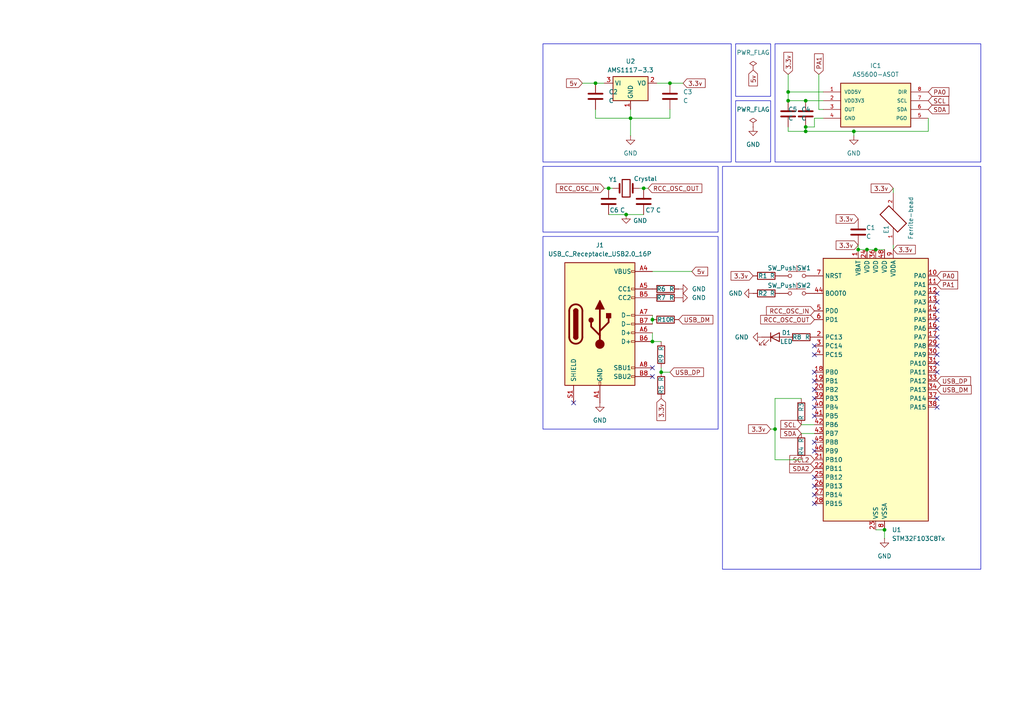
<source format=kicad_sch>
(kicad_sch
	(version 20250114)
	(generator "eeschema")
	(generator_version "9.0")
	(uuid "78e7ef91-f278-4987-974b-2f4bfd5e49ca")
	(paper "A4")
	(lib_symbols
		(symbol "0603_ferrite_chip:LI0603G121R-10"
			(pin_names
				(offset 1.016)
			)
			(exclude_from_sim no)
			(in_bom yes)
			(on_board yes)
			(property "Reference" "E"
				(at -7.6244 5.0815 0)
				(effects
					(font
						(size 1.27 1.27)
					)
					(justify left bottom)
				)
			)
			(property "Value" "LI0603G121R-10"
				(at -7.63 -7.6266 0)
				(effects
					(font
						(size 1.27 1.27)
					)
					(justify left bottom)
				)
			)
			(property "Footprint" "LI0603G121R-10:FB_LI0603G121R-10"
				(at 0 0 0)
				(effects
					(font
						(size 1.27 1.27)
					)
					(justify bottom)
					(hide yes)
				)
			)
			(property "Datasheet" ""
				(at 0 0 0)
				(effects
					(font
						(size 1.27 1.27)
					)
					(hide yes)
				)
			)
			(property "Description" ""
				(at 0 0 0)
				(effects
					(font
						(size 1.27 1.27)
					)
					(hide yes)
				)
			)
			(property "MF" "Laird"
				(at 0 0 0)
				(effects
					(font
						(size 1.27 1.27)
					)
					(justify bottom)
					(hide yes)
				)
			)
			(property "MAXIMUM_PACKAGE_HEIGHT" "0.95 mm"
				(at 0 0 0)
				(effects
					(font
						(size 1.27 1.27)
					)
					(justify bottom)
					(hide yes)
				)
			)
			(property "Package" "0603 Laird"
				(at 0 0 0)
				(effects
					(font
						(size 1.27 1.27)
					)
					(justify bottom)
					(hide yes)
				)
			)
			(property "Price" "None"
				(at 0 0 0)
				(effects
					(font
						(size 1.27 1.27)
					)
					(justify bottom)
					(hide yes)
				)
			)
			(property "Check_prices" "https://www.snapeda.com/parts/LI0603G121R-10/Laird/view-part/?ref=eda"
				(at 0 0 0)
				(effects
					(font
						(size 1.27 1.27)
					)
					(justify bottom)
					(hide yes)
				)
			)
			(property "STANDARD" "Manufacturer Recommendations"
				(at 0 0 0)
				(effects
					(font
						(size 1.27 1.27)
					)
					(justify bottom)
					(hide yes)
				)
			)
			(property "PARTREV" "C"
				(at 0 0 0)
				(effects
					(font
						(size 1.27 1.27)
					)
					(justify bottom)
					(hide yes)
				)
			)
			(property "SnapEDA_Link" "https://www.snapeda.com/parts/LI0603G121R-10/Laird/view-part/?ref=snap"
				(at 0 0 0)
				(effects
					(font
						(size 1.27 1.27)
					)
					(justify bottom)
					(hide yes)
				)
			)
			(property "MP" "LI0603G121R-10"
				(at 0 0 0)
				(effects
					(font
						(size 1.27 1.27)
					)
					(justify bottom)
					(hide yes)
				)
			)
			(property "Description_1" "EMI Ferrite Chip Bead, 0603, 700MA, 120 Ohms @100MHz, DCR Max 0.20Ohm | Laird Performance Materials LI0603G121R-10"
				(at 0 0 0)
				(effects
					(font
						(size 1.27 1.27)
					)
					(justify bottom)
					(hide yes)
				)
			)
			(property "Availability" "In Stock"
				(at 0 0 0)
				(effects
					(font
						(size 1.27 1.27)
					)
					(justify bottom)
					(hide yes)
				)
			)
			(property "MANUFACTURER" "Laird"
				(at 0 0 0)
				(effects
					(font
						(size 1.27 1.27)
					)
					(justify bottom)
					(hide yes)
				)
			)
			(symbol "LI0603G121R-10_0_0"
				(polyline
					(pts
						(xy -3.81 -1.27) (xy -1.27 -3.81)
					)
					(stroke
						(width 0.254)
						(type default)
					)
					(fill
						(type none)
					)
				)
				(polyline
					(pts
						(xy -1.27 -3.81) (xy 3.81 1.27)
					)
					(stroke
						(width 0.254)
						(type default)
					)
					(fill
						(type none)
					)
				)
				(polyline
					(pts
						(xy 1.27 3.81) (xy -3.81 -1.27)
					)
					(stroke
						(width 0.254)
						(type default)
					)
					(fill
						(type none)
					)
				)
				(polyline
					(pts
						(xy 3.81 1.27) (xy 1.27 3.81)
					)
					(stroke
						(width 0.254)
						(type default)
					)
					(fill
						(type none)
					)
				)
				(pin passive line
					(at -7.62 0 0)
					(length 5.08)
					(name "~"
						(effects
							(font
								(size 1.016 1.016)
							)
						)
					)
					(number "1"
						(effects
							(font
								(size 1.016 1.016)
							)
						)
					)
				)
				(pin passive line
					(at 7.62 0 180)
					(length 5.08)
					(name "~"
						(effects
							(font
								(size 1.016 1.016)
							)
						)
					)
					(number "2"
						(effects
							(font
								(size 1.016 1.016)
							)
						)
					)
				)
			)
			(embedded_fonts no)
		)
		(symbol "AS5600-ASOT:AS5600-ASOT"
			(pin_names
				(offset 1.016)
			)
			(exclude_from_sim no)
			(in_bom yes)
			(on_board yes)
			(property "Reference" "IC"
				(at 6.35 5.08 0)
				(effects
					(font
						(size 1.27 1.27)
					)
					(justify left)
				)
			)
			(property "Value" "AS5600-ASOT"
				(at 6.35 -12.7 0)
				(effects
					(font
						(size 1.27 1.27)
					)
					(justify left)
				)
			)
			(property "Footprint" "AS5600-ASOT:SOIC127P600X175-8N"
				(at 0 0 0)
				(effects
					(font
						(size 1.27 1.27)
					)
					(justify bottom)
					(hide yes)
				)
			)
			(property "Datasheet" ""
				(at 0 0 0)
				(effects
					(font
						(size 1.27 1.27)
					)
					(hide yes)
				)
			)
			(property "Description" "Board Mount Hall Effect / Magnetic Sensors AS5600 Magnetic Sensor 12-Bit"
				(at 0 0 0)
				(effects
					(font
						(size 1.27 1.27)
					)
					(justify bottom)
					(hide yes)
				)
			)
			(property "MANUFACTURER_NAME" "ams"
				(at 0 0 0)
				(effects
					(font
						(size 1.27 1.27)
					)
					(justify bottom)
					(hide yes)
				)
			)
			(property "MF" "ams"
				(at 0 0 0)
				(effects
					(font
						(size 1.27 1.27)
					)
					(justify bottom)
					(hide yes)
				)
			)
			(property "MOUSER_PRICE-STOCK" "https://www.mouser.co.uk/ProductDetail/ams/AS5600-ASOT?qs=KTMMzrZdriGJpjhsnAEYBA%3D%3D"
				(at 0 0 0)
				(effects
					(font
						(size 1.27 1.27)
					)
					(justify bottom)
					(hide yes)
				)
			)
			(property "MOUSER_PART_NUMBER" "985-AS5600-ASOT"
				(at 0 0 0)
				(effects
					(font
						(size 1.27 1.27)
					)
					(justify bottom)
					(hide yes)
				)
			)
			(property "Price" "None"
				(at 0 0 0)
				(effects
					(font
						(size 1.27 1.27)
					)
					(justify bottom)
					(hide yes)
				)
			)
			(property "Package" "SOIC-8 ams"
				(at 0 0 0)
				(effects
					(font
						(size 1.27 1.27)
					)
					(justify bottom)
					(hide yes)
				)
			)
			(property "Check_prices" "https://www.snapeda.com/parts/AS5600-ASOT/ams/view-part/?ref=eda"
				(at 0 0 0)
				(effects
					(font
						(size 1.27 1.27)
					)
					(justify bottom)
					(hide yes)
				)
			)
			(property "HEIGHT" "1.75mm"
				(at 0 0 0)
				(effects
					(font
						(size 1.27 1.27)
					)
					(justify bottom)
					(hide yes)
				)
			)
			(property "MP" "AS5600-ASOT"
				(at 0 0 0)
				(effects
					(font
						(size 1.27 1.27)
					)
					(justify bottom)
					(hide yes)
				)
			)
			(property "SnapEDA_Link" "https://www.snapeda.com/parts/AS5600-ASOT/ams/view-part/?ref=snap"
				(at 0 0 0)
				(effects
					(font
						(size 1.27 1.27)
					)
					(justify bottom)
					(hide yes)
				)
			)
			(property "ARROW_PRICE-STOCK" "https://www.arrow.com/en/products/as5600-asot/ams-ag?region=nac"
				(at 0 0 0)
				(effects
					(font
						(size 1.27 1.27)
					)
					(justify bottom)
					(hide yes)
				)
			)
			(property "ARROW_PART_NUMBER" "AS5600-ASOT"
				(at 0 0 0)
				(effects
					(font
						(size 1.27 1.27)
					)
					(justify bottom)
					(hide yes)
				)
			)
			(property "Description_1" "Hall Effect Sensor Angle External Magnet, Not Included Gull Wing"
				(at 0 0 0)
				(effects
					(font
						(size 1.27 1.27)
					)
					(justify bottom)
					(hide yes)
				)
			)
			(property "Availability" "In Stock"
				(at 0 0 0)
				(effects
					(font
						(size 1.27 1.27)
					)
					(justify bottom)
					(hide yes)
				)
			)
			(property "MANUFACTURER_PART_NUMBER" "AS5600-ASOT"
				(at 0 0 0)
				(effects
					(font
						(size 1.27 1.27)
					)
					(justify bottom)
					(hide yes)
				)
			)
			(symbol "AS5600-ASOT_0_0"
				(rectangle
					(start 5.08 -10.16)
					(end 25.4 2.54)
					(stroke
						(width 0.254)
						(type default)
					)
					(fill
						(type background)
					)
				)
				(pin bidirectional line
					(at 0 0 0)
					(length 5.08)
					(name "VDD5V"
						(effects
							(font
								(size 1.016 1.016)
							)
						)
					)
					(number "1"
						(effects
							(font
								(size 1.016 1.016)
							)
						)
					)
				)
				(pin bidirectional line
					(at 0 -2.54 0)
					(length 5.08)
					(name "VDD3V3"
						(effects
							(font
								(size 1.016 1.016)
							)
						)
					)
					(number "2"
						(effects
							(font
								(size 1.016 1.016)
							)
						)
					)
				)
				(pin bidirectional line
					(at 0 -5.08 0)
					(length 5.08)
					(name "OUT"
						(effects
							(font
								(size 1.016 1.016)
							)
						)
					)
					(number "3"
						(effects
							(font
								(size 1.016 1.016)
							)
						)
					)
				)
				(pin bidirectional line
					(at 0 -7.62 0)
					(length 5.08)
					(name "GND"
						(effects
							(font
								(size 1.016 1.016)
							)
						)
					)
					(number "4"
						(effects
							(font
								(size 1.016 1.016)
							)
						)
					)
				)
				(pin bidirectional line
					(at 30.48 0 180)
					(length 5.08)
					(name "DIR"
						(effects
							(font
								(size 1.016 1.016)
							)
						)
					)
					(number "8"
						(effects
							(font
								(size 1.016 1.016)
							)
						)
					)
				)
				(pin bidirectional line
					(at 30.48 -2.54 180)
					(length 5.08)
					(name "SCL"
						(effects
							(font
								(size 1.016 1.016)
							)
						)
					)
					(number "7"
						(effects
							(font
								(size 1.016 1.016)
							)
						)
					)
				)
				(pin bidirectional line
					(at 30.48 -5.08 180)
					(length 5.08)
					(name "SDA"
						(effects
							(font
								(size 1.016 1.016)
							)
						)
					)
					(number "6"
						(effects
							(font
								(size 1.016 1.016)
							)
						)
					)
				)
				(pin bidirectional line
					(at 30.48 -7.62 180)
					(length 5.08)
					(name "PGO"
						(effects
							(font
								(size 1.016 1.016)
							)
						)
					)
					(number "5"
						(effects
							(font
								(size 1.016 1.016)
							)
						)
					)
				)
			)
			(embedded_fonts no)
		)
		(symbol "Connector:USB_C_Receptacle_USB2.0_16P"
			(pin_names
				(offset 1.016)
			)
			(exclude_from_sim no)
			(in_bom yes)
			(on_board yes)
			(property "Reference" "J"
				(at 0 22.225 0)
				(effects
					(font
						(size 1.27 1.27)
					)
				)
			)
			(property "Value" "USB_C_Receptacle_USB2.0_16P"
				(at 0 19.685 0)
				(effects
					(font
						(size 1.27 1.27)
					)
				)
			)
			(property "Footprint" ""
				(at 3.81 0 0)
				(effects
					(font
						(size 1.27 1.27)
					)
					(hide yes)
				)
			)
			(property "Datasheet" "https://www.usb.org/sites/default/files/documents/usb_type-c.zip"
				(at 3.81 0 0)
				(effects
					(font
						(size 1.27 1.27)
					)
					(hide yes)
				)
			)
			(property "Description" "USB 2.0-only 16P Type-C Receptacle connector"
				(at 0 0 0)
				(effects
					(font
						(size 1.27 1.27)
					)
					(hide yes)
				)
			)
			(property "ki_keywords" "usb universal serial bus type-C USB2.0"
				(at 0 0 0)
				(effects
					(font
						(size 1.27 1.27)
					)
					(hide yes)
				)
			)
			(property "ki_fp_filters" "USB*C*Receptacle*"
				(at 0 0 0)
				(effects
					(font
						(size 1.27 1.27)
					)
					(hide yes)
				)
			)
			(symbol "USB_C_Receptacle_USB2.0_16P_0_0"
				(rectangle
					(start -0.254 -17.78)
					(end 0.254 -16.764)
					(stroke
						(width 0)
						(type default)
					)
					(fill
						(type none)
					)
				)
				(rectangle
					(start 10.16 15.494)
					(end 9.144 14.986)
					(stroke
						(width 0)
						(type default)
					)
					(fill
						(type none)
					)
				)
				(rectangle
					(start 10.16 10.414)
					(end 9.144 9.906)
					(stroke
						(width 0)
						(type default)
					)
					(fill
						(type none)
					)
				)
				(rectangle
					(start 10.16 7.874)
					(end 9.144 7.366)
					(stroke
						(width 0)
						(type default)
					)
					(fill
						(type none)
					)
				)
				(rectangle
					(start 10.16 2.794)
					(end 9.144 2.286)
					(stroke
						(width 0)
						(type default)
					)
					(fill
						(type none)
					)
				)
				(rectangle
					(start 10.16 0.254)
					(end 9.144 -0.254)
					(stroke
						(width 0)
						(type default)
					)
					(fill
						(type none)
					)
				)
				(rectangle
					(start 10.16 -2.286)
					(end 9.144 -2.794)
					(stroke
						(width 0)
						(type default)
					)
					(fill
						(type none)
					)
				)
				(rectangle
					(start 10.16 -4.826)
					(end 9.144 -5.334)
					(stroke
						(width 0)
						(type default)
					)
					(fill
						(type none)
					)
				)
				(rectangle
					(start 10.16 -12.446)
					(end 9.144 -12.954)
					(stroke
						(width 0)
						(type default)
					)
					(fill
						(type none)
					)
				)
				(rectangle
					(start 10.16 -14.986)
					(end 9.144 -15.494)
					(stroke
						(width 0)
						(type default)
					)
					(fill
						(type none)
					)
				)
			)
			(symbol "USB_C_Receptacle_USB2.0_16P_0_1"
				(rectangle
					(start -10.16 17.78)
					(end 10.16 -17.78)
					(stroke
						(width 0.254)
						(type default)
					)
					(fill
						(type background)
					)
				)
				(polyline
					(pts
						(xy -8.89 -3.81) (xy -8.89 3.81)
					)
					(stroke
						(width 0.508)
						(type default)
					)
					(fill
						(type none)
					)
				)
				(rectangle
					(start -7.62 -3.81)
					(end -6.35 3.81)
					(stroke
						(width 0.254)
						(type default)
					)
					(fill
						(type outline)
					)
				)
				(arc
					(start -7.62 3.81)
					(mid -6.985 4.4423)
					(end -6.35 3.81)
					(stroke
						(width 0.254)
						(type default)
					)
					(fill
						(type none)
					)
				)
				(arc
					(start -7.62 3.81)
					(mid -6.985 4.4423)
					(end -6.35 3.81)
					(stroke
						(width 0.254)
						(type default)
					)
					(fill
						(type outline)
					)
				)
				(arc
					(start -8.89 3.81)
					(mid -6.985 5.7067)
					(end -5.08 3.81)
					(stroke
						(width 0.508)
						(type default)
					)
					(fill
						(type none)
					)
				)
				(arc
					(start -5.08 -3.81)
					(mid -6.985 -5.7067)
					(end -8.89 -3.81)
					(stroke
						(width 0.508)
						(type default)
					)
					(fill
						(type none)
					)
				)
				(arc
					(start -6.35 -3.81)
					(mid -6.985 -4.4423)
					(end -7.62 -3.81)
					(stroke
						(width 0.254)
						(type default)
					)
					(fill
						(type none)
					)
				)
				(arc
					(start -6.35 -3.81)
					(mid -6.985 -4.4423)
					(end -7.62 -3.81)
					(stroke
						(width 0.254)
						(type default)
					)
					(fill
						(type outline)
					)
				)
				(polyline
					(pts
						(xy -5.08 3.81) (xy -5.08 -3.81)
					)
					(stroke
						(width 0.508)
						(type default)
					)
					(fill
						(type none)
					)
				)
				(circle
					(center -2.54 1.143)
					(radius 0.635)
					(stroke
						(width 0.254)
						(type default)
					)
					(fill
						(type outline)
					)
				)
				(polyline
					(pts
						(xy -1.27 4.318) (xy 0 6.858) (xy 1.27 4.318) (xy -1.27 4.318)
					)
					(stroke
						(width 0.254)
						(type default)
					)
					(fill
						(type outline)
					)
				)
				(polyline
					(pts
						(xy 0 -2.032) (xy 2.54 0.508) (xy 2.54 1.778)
					)
					(stroke
						(width 0.508)
						(type default)
					)
					(fill
						(type none)
					)
				)
				(polyline
					(pts
						(xy 0 -3.302) (xy -2.54 -0.762) (xy -2.54 0.508)
					)
					(stroke
						(width 0.508)
						(type default)
					)
					(fill
						(type none)
					)
				)
				(polyline
					(pts
						(xy 0 -5.842) (xy 0 4.318)
					)
					(stroke
						(width 0.508)
						(type default)
					)
					(fill
						(type none)
					)
				)
				(circle
					(center 0 -5.842)
					(radius 1.27)
					(stroke
						(width 0)
						(type default)
					)
					(fill
						(type outline)
					)
				)
				(rectangle
					(start 1.905 1.778)
					(end 3.175 3.048)
					(stroke
						(width 0.254)
						(type default)
					)
					(fill
						(type outline)
					)
				)
			)
			(symbol "USB_C_Receptacle_USB2.0_16P_1_1"
				(pin passive line
					(at -7.62 -22.86 90)
					(length 5.08)
					(name "SHIELD"
						(effects
							(font
								(size 1.27 1.27)
							)
						)
					)
					(number "S1"
						(effects
							(font
								(size 1.27 1.27)
							)
						)
					)
				)
				(pin passive line
					(at 0 -22.86 90)
					(length 5.08)
					(name "GND"
						(effects
							(font
								(size 1.27 1.27)
							)
						)
					)
					(number "A1"
						(effects
							(font
								(size 1.27 1.27)
							)
						)
					)
				)
				(pin passive line
					(at 0 -22.86 90)
					(length 5.08)
					(hide yes)
					(name "GND"
						(effects
							(font
								(size 1.27 1.27)
							)
						)
					)
					(number "A12"
						(effects
							(font
								(size 1.27 1.27)
							)
						)
					)
				)
				(pin passive line
					(at 0 -22.86 90)
					(length 5.08)
					(hide yes)
					(name "GND"
						(effects
							(font
								(size 1.27 1.27)
							)
						)
					)
					(number "B1"
						(effects
							(font
								(size 1.27 1.27)
							)
						)
					)
				)
				(pin passive line
					(at 0 -22.86 90)
					(length 5.08)
					(hide yes)
					(name "GND"
						(effects
							(font
								(size 1.27 1.27)
							)
						)
					)
					(number "B12"
						(effects
							(font
								(size 1.27 1.27)
							)
						)
					)
				)
				(pin passive line
					(at 15.24 15.24 180)
					(length 5.08)
					(name "VBUS"
						(effects
							(font
								(size 1.27 1.27)
							)
						)
					)
					(number "A4"
						(effects
							(font
								(size 1.27 1.27)
							)
						)
					)
				)
				(pin passive line
					(at 15.24 15.24 180)
					(length 5.08)
					(hide yes)
					(name "VBUS"
						(effects
							(font
								(size 1.27 1.27)
							)
						)
					)
					(number "A9"
						(effects
							(font
								(size 1.27 1.27)
							)
						)
					)
				)
				(pin passive line
					(at 15.24 15.24 180)
					(length 5.08)
					(hide yes)
					(name "VBUS"
						(effects
							(font
								(size 1.27 1.27)
							)
						)
					)
					(number "B4"
						(effects
							(font
								(size 1.27 1.27)
							)
						)
					)
				)
				(pin passive line
					(at 15.24 15.24 180)
					(length 5.08)
					(hide yes)
					(name "VBUS"
						(effects
							(font
								(size 1.27 1.27)
							)
						)
					)
					(number "B9"
						(effects
							(font
								(size 1.27 1.27)
							)
						)
					)
				)
				(pin bidirectional line
					(at 15.24 10.16 180)
					(length 5.08)
					(name "CC1"
						(effects
							(font
								(size 1.27 1.27)
							)
						)
					)
					(number "A5"
						(effects
							(font
								(size 1.27 1.27)
							)
						)
					)
				)
				(pin bidirectional line
					(at 15.24 7.62 180)
					(length 5.08)
					(name "CC2"
						(effects
							(font
								(size 1.27 1.27)
							)
						)
					)
					(number "B5"
						(effects
							(font
								(size 1.27 1.27)
							)
						)
					)
				)
				(pin bidirectional line
					(at 15.24 2.54 180)
					(length 5.08)
					(name "D-"
						(effects
							(font
								(size 1.27 1.27)
							)
						)
					)
					(number "A7"
						(effects
							(font
								(size 1.27 1.27)
							)
						)
					)
				)
				(pin bidirectional line
					(at 15.24 0 180)
					(length 5.08)
					(name "D-"
						(effects
							(font
								(size 1.27 1.27)
							)
						)
					)
					(number "B7"
						(effects
							(font
								(size 1.27 1.27)
							)
						)
					)
				)
				(pin bidirectional line
					(at 15.24 -2.54 180)
					(length 5.08)
					(name "D+"
						(effects
							(font
								(size 1.27 1.27)
							)
						)
					)
					(number "A6"
						(effects
							(font
								(size 1.27 1.27)
							)
						)
					)
				)
				(pin bidirectional line
					(at 15.24 -5.08 180)
					(length 5.08)
					(name "D+"
						(effects
							(font
								(size 1.27 1.27)
							)
						)
					)
					(number "B6"
						(effects
							(font
								(size 1.27 1.27)
							)
						)
					)
				)
				(pin bidirectional line
					(at 15.24 -12.7 180)
					(length 5.08)
					(name "SBU1"
						(effects
							(font
								(size 1.27 1.27)
							)
						)
					)
					(number "A8"
						(effects
							(font
								(size 1.27 1.27)
							)
						)
					)
				)
				(pin bidirectional line
					(at 15.24 -15.24 180)
					(length 5.08)
					(name "SBU2"
						(effects
							(font
								(size 1.27 1.27)
							)
						)
					)
					(number "B8"
						(effects
							(font
								(size 1.27 1.27)
							)
						)
					)
				)
			)
			(embedded_fonts no)
		)
		(symbol "Device:C"
			(pin_numbers
				(hide yes)
			)
			(pin_names
				(offset 0.254)
			)
			(exclude_from_sim no)
			(in_bom yes)
			(on_board yes)
			(property "Reference" "C"
				(at 0.635 2.54 0)
				(effects
					(font
						(size 1.27 1.27)
					)
					(justify left)
				)
			)
			(property "Value" "C"
				(at 0.635 -2.54 0)
				(effects
					(font
						(size 1.27 1.27)
					)
					(justify left)
				)
			)
			(property "Footprint" ""
				(at 0.9652 -3.81 0)
				(effects
					(font
						(size 1.27 1.27)
					)
					(hide yes)
				)
			)
			(property "Datasheet" "~"
				(at 0 0 0)
				(effects
					(font
						(size 1.27 1.27)
					)
					(hide yes)
				)
			)
			(property "Description" "Unpolarized capacitor"
				(at 0 0 0)
				(effects
					(font
						(size 1.27 1.27)
					)
					(hide yes)
				)
			)
			(property "ki_keywords" "cap capacitor"
				(at 0 0 0)
				(effects
					(font
						(size 1.27 1.27)
					)
					(hide yes)
				)
			)
			(property "ki_fp_filters" "C_*"
				(at 0 0 0)
				(effects
					(font
						(size 1.27 1.27)
					)
					(hide yes)
				)
			)
			(symbol "C_0_1"
				(polyline
					(pts
						(xy -2.032 0.762) (xy 2.032 0.762)
					)
					(stroke
						(width 0.508)
						(type default)
					)
					(fill
						(type none)
					)
				)
				(polyline
					(pts
						(xy -2.032 -0.762) (xy 2.032 -0.762)
					)
					(stroke
						(width 0.508)
						(type default)
					)
					(fill
						(type none)
					)
				)
			)
			(symbol "C_1_1"
				(pin passive line
					(at 0 3.81 270)
					(length 2.794)
					(name "~"
						(effects
							(font
								(size 1.27 1.27)
							)
						)
					)
					(number "1"
						(effects
							(font
								(size 1.27 1.27)
							)
						)
					)
				)
				(pin passive line
					(at 0 -3.81 90)
					(length 2.794)
					(name "~"
						(effects
							(font
								(size 1.27 1.27)
							)
						)
					)
					(number "2"
						(effects
							(font
								(size 1.27 1.27)
							)
						)
					)
				)
			)
			(embedded_fonts no)
		)
		(symbol "Device:Crystal"
			(pin_numbers
				(hide yes)
			)
			(pin_names
				(offset 1.016)
				(hide yes)
			)
			(exclude_from_sim no)
			(in_bom yes)
			(on_board yes)
			(property "Reference" "Y"
				(at 0 3.81 0)
				(effects
					(font
						(size 1.27 1.27)
					)
				)
			)
			(property "Value" "Crystal"
				(at 0 -3.81 0)
				(effects
					(font
						(size 1.27 1.27)
					)
				)
			)
			(property "Footprint" ""
				(at 0 0 0)
				(effects
					(font
						(size 1.27 1.27)
					)
					(hide yes)
				)
			)
			(property "Datasheet" "~"
				(at 0 0 0)
				(effects
					(font
						(size 1.27 1.27)
					)
					(hide yes)
				)
			)
			(property "Description" "Two pin crystal"
				(at 0 0 0)
				(effects
					(font
						(size 1.27 1.27)
					)
					(hide yes)
				)
			)
			(property "ki_keywords" "quartz ceramic resonator oscillator"
				(at 0 0 0)
				(effects
					(font
						(size 1.27 1.27)
					)
					(hide yes)
				)
			)
			(property "ki_fp_filters" "Crystal*"
				(at 0 0 0)
				(effects
					(font
						(size 1.27 1.27)
					)
					(hide yes)
				)
			)
			(symbol "Crystal_0_1"
				(polyline
					(pts
						(xy -2.54 0) (xy -1.905 0)
					)
					(stroke
						(width 0)
						(type default)
					)
					(fill
						(type none)
					)
				)
				(polyline
					(pts
						(xy -1.905 -1.27) (xy -1.905 1.27)
					)
					(stroke
						(width 0.508)
						(type default)
					)
					(fill
						(type none)
					)
				)
				(rectangle
					(start -1.143 2.54)
					(end 1.143 -2.54)
					(stroke
						(width 0.3048)
						(type default)
					)
					(fill
						(type none)
					)
				)
				(polyline
					(pts
						(xy 1.905 -1.27) (xy 1.905 1.27)
					)
					(stroke
						(width 0.508)
						(type default)
					)
					(fill
						(type none)
					)
				)
				(polyline
					(pts
						(xy 2.54 0) (xy 1.905 0)
					)
					(stroke
						(width 0)
						(type default)
					)
					(fill
						(type none)
					)
				)
			)
			(symbol "Crystal_1_1"
				(pin passive line
					(at -3.81 0 0)
					(length 1.27)
					(name "1"
						(effects
							(font
								(size 1.27 1.27)
							)
						)
					)
					(number "1"
						(effects
							(font
								(size 1.27 1.27)
							)
						)
					)
				)
				(pin passive line
					(at 3.81 0 180)
					(length 1.27)
					(name "2"
						(effects
							(font
								(size 1.27 1.27)
							)
						)
					)
					(number "2"
						(effects
							(font
								(size 1.27 1.27)
							)
						)
					)
				)
			)
			(embedded_fonts no)
		)
		(symbol "Device:LED"
			(pin_numbers
				(hide yes)
			)
			(pin_names
				(offset 1.016)
				(hide yes)
			)
			(exclude_from_sim no)
			(in_bom yes)
			(on_board yes)
			(property "Reference" "D"
				(at 0 2.54 0)
				(effects
					(font
						(size 1.27 1.27)
					)
				)
			)
			(property "Value" "LED"
				(at 0 -2.54 0)
				(effects
					(font
						(size 1.27 1.27)
					)
				)
			)
			(property "Footprint" ""
				(at 0 0 0)
				(effects
					(font
						(size 1.27 1.27)
					)
					(hide yes)
				)
			)
			(property "Datasheet" "~"
				(at 0 0 0)
				(effects
					(font
						(size 1.27 1.27)
					)
					(hide yes)
				)
			)
			(property "Description" "Light emitting diode"
				(at 0 0 0)
				(effects
					(font
						(size 1.27 1.27)
					)
					(hide yes)
				)
			)
			(property "Sim.Pins" "1=K 2=A"
				(at 0 0 0)
				(effects
					(font
						(size 1.27 1.27)
					)
					(hide yes)
				)
			)
			(property "ki_keywords" "LED diode"
				(at 0 0 0)
				(effects
					(font
						(size 1.27 1.27)
					)
					(hide yes)
				)
			)
			(property "ki_fp_filters" "LED* LED_SMD:* LED_THT:*"
				(at 0 0 0)
				(effects
					(font
						(size 1.27 1.27)
					)
					(hide yes)
				)
			)
			(symbol "LED_0_1"
				(polyline
					(pts
						(xy -3.048 -0.762) (xy -4.572 -2.286) (xy -3.81 -2.286) (xy -4.572 -2.286) (xy -4.572 -1.524)
					)
					(stroke
						(width 0)
						(type default)
					)
					(fill
						(type none)
					)
				)
				(polyline
					(pts
						(xy -1.778 -0.762) (xy -3.302 -2.286) (xy -2.54 -2.286) (xy -3.302 -2.286) (xy -3.302 -1.524)
					)
					(stroke
						(width 0)
						(type default)
					)
					(fill
						(type none)
					)
				)
				(polyline
					(pts
						(xy -1.27 0) (xy 1.27 0)
					)
					(stroke
						(width 0)
						(type default)
					)
					(fill
						(type none)
					)
				)
				(polyline
					(pts
						(xy -1.27 -1.27) (xy -1.27 1.27)
					)
					(stroke
						(width 0.254)
						(type default)
					)
					(fill
						(type none)
					)
				)
				(polyline
					(pts
						(xy 1.27 -1.27) (xy 1.27 1.27) (xy -1.27 0) (xy 1.27 -1.27)
					)
					(stroke
						(width 0.254)
						(type default)
					)
					(fill
						(type none)
					)
				)
			)
			(symbol "LED_1_1"
				(pin passive line
					(at -3.81 0 0)
					(length 2.54)
					(name "K"
						(effects
							(font
								(size 1.27 1.27)
							)
						)
					)
					(number "1"
						(effects
							(font
								(size 1.27 1.27)
							)
						)
					)
				)
				(pin passive line
					(at 3.81 0 180)
					(length 2.54)
					(name "A"
						(effects
							(font
								(size 1.27 1.27)
							)
						)
					)
					(number "2"
						(effects
							(font
								(size 1.27 1.27)
							)
						)
					)
				)
			)
			(embedded_fonts no)
		)
		(symbol "Device:R"
			(pin_numbers
				(hide yes)
			)
			(pin_names
				(offset 0)
			)
			(exclude_from_sim no)
			(in_bom yes)
			(on_board yes)
			(property "Reference" "R"
				(at 2.032 0 90)
				(effects
					(font
						(size 1.27 1.27)
					)
				)
			)
			(property "Value" "R"
				(at 0 0 90)
				(effects
					(font
						(size 1.27 1.27)
					)
				)
			)
			(property "Footprint" ""
				(at -1.778 0 90)
				(effects
					(font
						(size 1.27 1.27)
					)
					(hide yes)
				)
			)
			(property "Datasheet" "~"
				(at 0 0 0)
				(effects
					(font
						(size 1.27 1.27)
					)
					(hide yes)
				)
			)
			(property "Description" "Resistor"
				(at 0 0 0)
				(effects
					(font
						(size 1.27 1.27)
					)
					(hide yes)
				)
			)
			(property "ki_keywords" "R res resistor"
				(at 0 0 0)
				(effects
					(font
						(size 1.27 1.27)
					)
					(hide yes)
				)
			)
			(property "ki_fp_filters" "R_*"
				(at 0 0 0)
				(effects
					(font
						(size 1.27 1.27)
					)
					(hide yes)
				)
			)
			(symbol "R_0_1"
				(rectangle
					(start -1.016 -2.54)
					(end 1.016 2.54)
					(stroke
						(width 0.254)
						(type default)
					)
					(fill
						(type none)
					)
				)
			)
			(symbol "R_1_1"
				(pin passive line
					(at 0 3.81 270)
					(length 1.27)
					(name "~"
						(effects
							(font
								(size 1.27 1.27)
							)
						)
					)
					(number "1"
						(effects
							(font
								(size 1.27 1.27)
							)
						)
					)
				)
				(pin passive line
					(at 0 -3.81 90)
					(length 1.27)
					(name "~"
						(effects
							(font
								(size 1.27 1.27)
							)
						)
					)
					(number "2"
						(effects
							(font
								(size 1.27 1.27)
							)
						)
					)
				)
			)
			(embedded_fonts no)
		)
		(symbol "MCU_ST_STM32F1:STM32F103C8Tx"
			(exclude_from_sim no)
			(in_bom yes)
			(on_board yes)
			(property "Reference" "U"
				(at -15.24 39.37 0)
				(effects
					(font
						(size 1.27 1.27)
					)
					(justify left)
				)
			)
			(property "Value" "STM32F103C8Tx"
				(at 7.62 39.37 0)
				(effects
					(font
						(size 1.27 1.27)
					)
					(justify left)
				)
			)
			(property "Footprint" "Package_QFP:LQFP-48_7x7mm_P0.5mm"
				(at -15.24 -38.1 0)
				(effects
					(font
						(size 1.27 1.27)
					)
					(justify right)
					(hide yes)
				)
			)
			(property "Datasheet" "https://www.st.com/resource/en/datasheet/stm32f103c8.pdf"
				(at 0 0 0)
				(effects
					(font
						(size 1.27 1.27)
					)
					(hide yes)
				)
			)
			(property "Description" "STMicroelectronics Arm Cortex-M3 MCU, 64KB flash, 20KB RAM, 72 MHz, 2.0-3.6V, 37 GPIO, LQFP48"
				(at 0 0 0)
				(effects
					(font
						(size 1.27 1.27)
					)
					(hide yes)
				)
			)
			(property "ki_keywords" "Arm Cortex-M3 STM32F1 STM32F103"
				(at 0 0 0)
				(effects
					(font
						(size 1.27 1.27)
					)
					(hide yes)
				)
			)
			(property "ki_fp_filters" "LQFP*7x7mm*P0.5mm*"
				(at 0 0 0)
				(effects
					(font
						(size 1.27 1.27)
					)
					(hide yes)
				)
			)
			(symbol "STM32F103C8Tx_0_1"
				(rectangle
					(start -15.24 -38.1)
					(end 15.24 38.1)
					(stroke
						(width 0.254)
						(type default)
					)
					(fill
						(type background)
					)
				)
			)
			(symbol "STM32F103C8Tx_1_1"
				(pin input line
					(at -17.78 33.02 0)
					(length 2.54)
					(name "NRST"
						(effects
							(font
								(size 1.27 1.27)
							)
						)
					)
					(number "7"
						(effects
							(font
								(size 1.27 1.27)
							)
						)
					)
				)
				(pin input line
					(at -17.78 27.94 0)
					(length 2.54)
					(name "BOOT0"
						(effects
							(font
								(size 1.27 1.27)
							)
						)
					)
					(number "44"
						(effects
							(font
								(size 1.27 1.27)
							)
						)
					)
				)
				(pin bidirectional line
					(at -17.78 22.86 0)
					(length 2.54)
					(name "PD0"
						(effects
							(font
								(size 1.27 1.27)
							)
						)
					)
					(number "5"
						(effects
							(font
								(size 1.27 1.27)
							)
						)
					)
					(alternate "RCC_OSC_IN" bidirectional line)
				)
				(pin bidirectional line
					(at -17.78 20.32 0)
					(length 2.54)
					(name "PD1"
						(effects
							(font
								(size 1.27 1.27)
							)
						)
					)
					(number "6"
						(effects
							(font
								(size 1.27 1.27)
							)
						)
					)
					(alternate "RCC_OSC_OUT" bidirectional line)
				)
				(pin bidirectional line
					(at -17.78 15.24 0)
					(length 2.54)
					(name "PC13"
						(effects
							(font
								(size 1.27 1.27)
							)
						)
					)
					(number "2"
						(effects
							(font
								(size 1.27 1.27)
							)
						)
					)
					(alternate "RTC_OUT" bidirectional line)
					(alternate "RTC_TAMPER" bidirectional line)
				)
				(pin bidirectional line
					(at -17.78 12.7 0)
					(length 2.54)
					(name "PC14"
						(effects
							(font
								(size 1.27 1.27)
							)
						)
					)
					(number "3"
						(effects
							(font
								(size 1.27 1.27)
							)
						)
					)
					(alternate "RCC_OSC32_IN" bidirectional line)
				)
				(pin bidirectional line
					(at -17.78 10.16 0)
					(length 2.54)
					(name "PC15"
						(effects
							(font
								(size 1.27 1.27)
							)
						)
					)
					(number "4"
						(effects
							(font
								(size 1.27 1.27)
							)
						)
					)
					(alternate "ADC1_EXTI15" bidirectional line)
					(alternate "ADC2_EXTI15" bidirectional line)
					(alternate "RCC_OSC32_OUT" bidirectional line)
				)
				(pin bidirectional line
					(at -17.78 5.08 0)
					(length 2.54)
					(name "PB0"
						(effects
							(font
								(size 1.27 1.27)
							)
						)
					)
					(number "18"
						(effects
							(font
								(size 1.27 1.27)
							)
						)
					)
					(alternate "ADC1_IN8" bidirectional line)
					(alternate "ADC2_IN8" bidirectional line)
					(alternate "TIM1_CH2N" bidirectional line)
					(alternate "TIM3_CH3" bidirectional line)
				)
				(pin bidirectional line
					(at -17.78 2.54 0)
					(length 2.54)
					(name "PB1"
						(effects
							(font
								(size 1.27 1.27)
							)
						)
					)
					(number "19"
						(effects
							(font
								(size 1.27 1.27)
							)
						)
					)
					(alternate "ADC1_IN9" bidirectional line)
					(alternate "ADC2_IN9" bidirectional line)
					(alternate "TIM1_CH3N" bidirectional line)
					(alternate "TIM3_CH4" bidirectional line)
				)
				(pin bidirectional line
					(at -17.78 0 0)
					(length 2.54)
					(name "PB2"
						(effects
							(font
								(size 1.27 1.27)
							)
						)
					)
					(number "20"
						(effects
							(font
								(size 1.27 1.27)
							)
						)
					)
				)
				(pin bidirectional line
					(at -17.78 -2.54 0)
					(length 2.54)
					(name "PB3"
						(effects
							(font
								(size 1.27 1.27)
							)
						)
					)
					(number "39"
						(effects
							(font
								(size 1.27 1.27)
							)
						)
					)
					(alternate "SPI1_SCK" bidirectional line)
					(alternate "SYS_JTDO-TRACESWO" bidirectional line)
					(alternate "TIM2_CH2" bidirectional line)
				)
				(pin bidirectional line
					(at -17.78 -5.08 0)
					(length 2.54)
					(name "PB4"
						(effects
							(font
								(size 1.27 1.27)
							)
						)
					)
					(number "40"
						(effects
							(font
								(size 1.27 1.27)
							)
						)
					)
					(alternate "SPI1_MISO" bidirectional line)
					(alternate "SYS_NJTRST" bidirectional line)
					(alternate "TIM3_CH1" bidirectional line)
				)
				(pin bidirectional line
					(at -17.78 -7.62 0)
					(length 2.54)
					(name "PB5"
						(effects
							(font
								(size 1.27 1.27)
							)
						)
					)
					(number "41"
						(effects
							(font
								(size 1.27 1.27)
							)
						)
					)
					(alternate "I2C1_SMBA" bidirectional line)
					(alternate "SPI1_MOSI" bidirectional line)
					(alternate "TIM3_CH2" bidirectional line)
				)
				(pin bidirectional line
					(at -17.78 -10.16 0)
					(length 2.54)
					(name "PB6"
						(effects
							(font
								(size 1.27 1.27)
							)
						)
					)
					(number "42"
						(effects
							(font
								(size 1.27 1.27)
							)
						)
					)
					(alternate "I2C1_SCL" bidirectional line)
					(alternate "TIM4_CH1" bidirectional line)
					(alternate "USART1_TX" bidirectional line)
				)
				(pin bidirectional line
					(at -17.78 -12.7 0)
					(length 2.54)
					(name "PB7"
						(effects
							(font
								(size 1.27 1.27)
							)
						)
					)
					(number "43"
						(effects
							(font
								(size 1.27 1.27)
							)
						)
					)
					(alternate "I2C1_SDA" bidirectional line)
					(alternate "TIM4_CH2" bidirectional line)
					(alternate "USART1_RX" bidirectional line)
				)
				(pin bidirectional line
					(at -17.78 -15.24 0)
					(length 2.54)
					(name "PB8"
						(effects
							(font
								(size 1.27 1.27)
							)
						)
					)
					(number "45"
						(effects
							(font
								(size 1.27 1.27)
							)
						)
					)
					(alternate "CAN_RX" bidirectional line)
					(alternate "I2C1_SCL" bidirectional line)
					(alternate "TIM4_CH3" bidirectional line)
				)
				(pin bidirectional line
					(at -17.78 -17.78 0)
					(length 2.54)
					(name "PB9"
						(effects
							(font
								(size 1.27 1.27)
							)
						)
					)
					(number "46"
						(effects
							(font
								(size 1.27 1.27)
							)
						)
					)
					(alternate "CAN_TX" bidirectional line)
					(alternate "I2C1_SDA" bidirectional line)
					(alternate "TIM4_CH4" bidirectional line)
				)
				(pin bidirectional line
					(at -17.78 -20.32 0)
					(length 2.54)
					(name "PB10"
						(effects
							(font
								(size 1.27 1.27)
							)
						)
					)
					(number "21"
						(effects
							(font
								(size 1.27 1.27)
							)
						)
					)
					(alternate "I2C2_SCL" bidirectional line)
					(alternate "TIM2_CH3" bidirectional line)
					(alternate "USART3_TX" bidirectional line)
				)
				(pin bidirectional line
					(at -17.78 -22.86 0)
					(length 2.54)
					(name "PB11"
						(effects
							(font
								(size 1.27 1.27)
							)
						)
					)
					(number "22"
						(effects
							(font
								(size 1.27 1.27)
							)
						)
					)
					(alternate "ADC1_EXTI11" bidirectional line)
					(alternate "ADC2_EXTI11" bidirectional line)
					(alternate "I2C2_SDA" bidirectional line)
					(alternate "TIM2_CH4" bidirectional line)
					(alternate "USART3_RX" bidirectional line)
				)
				(pin bidirectional line
					(at -17.78 -25.4 0)
					(length 2.54)
					(name "PB12"
						(effects
							(font
								(size 1.27 1.27)
							)
						)
					)
					(number "25"
						(effects
							(font
								(size 1.27 1.27)
							)
						)
					)
					(alternate "I2C2_SMBA" bidirectional line)
					(alternate "SPI2_NSS" bidirectional line)
					(alternate "TIM1_BKIN" bidirectional line)
					(alternate "USART3_CK" bidirectional line)
				)
				(pin bidirectional line
					(at -17.78 -27.94 0)
					(length 2.54)
					(name "PB13"
						(effects
							(font
								(size 1.27 1.27)
							)
						)
					)
					(number "26"
						(effects
							(font
								(size 1.27 1.27)
							)
						)
					)
					(alternate "SPI2_SCK" bidirectional line)
					(alternate "TIM1_CH1N" bidirectional line)
					(alternate "USART3_CTS" bidirectional line)
				)
				(pin bidirectional line
					(at -17.78 -30.48 0)
					(length 2.54)
					(name "PB14"
						(effects
							(font
								(size 1.27 1.27)
							)
						)
					)
					(number "27"
						(effects
							(font
								(size 1.27 1.27)
							)
						)
					)
					(alternate "SPI2_MISO" bidirectional line)
					(alternate "TIM1_CH2N" bidirectional line)
					(alternate "USART3_RTS" bidirectional line)
				)
				(pin bidirectional line
					(at -17.78 -33.02 0)
					(length 2.54)
					(name "PB15"
						(effects
							(font
								(size 1.27 1.27)
							)
						)
					)
					(number "28"
						(effects
							(font
								(size 1.27 1.27)
							)
						)
					)
					(alternate "ADC1_EXTI15" bidirectional line)
					(alternate "ADC2_EXTI15" bidirectional line)
					(alternate "SPI2_MOSI" bidirectional line)
					(alternate "TIM1_CH3N" bidirectional line)
				)
				(pin power_in line
					(at -5.08 40.64 270)
					(length 2.54)
					(name "VBAT"
						(effects
							(font
								(size 1.27 1.27)
							)
						)
					)
					(number "1"
						(effects
							(font
								(size 1.27 1.27)
							)
						)
					)
				)
				(pin power_in line
					(at -2.54 40.64 270)
					(length 2.54)
					(name "VDD"
						(effects
							(font
								(size 1.27 1.27)
							)
						)
					)
					(number "24"
						(effects
							(font
								(size 1.27 1.27)
							)
						)
					)
				)
				(pin power_in line
					(at 0 40.64 270)
					(length 2.54)
					(name "VDD"
						(effects
							(font
								(size 1.27 1.27)
							)
						)
					)
					(number "36"
						(effects
							(font
								(size 1.27 1.27)
							)
						)
					)
				)
				(pin power_in line
					(at 0 -40.64 90)
					(length 2.54)
					(name "VSS"
						(effects
							(font
								(size 1.27 1.27)
							)
						)
					)
					(number "23"
						(effects
							(font
								(size 1.27 1.27)
							)
						)
					)
				)
				(pin passive line
					(at 0 -40.64 90)
					(length 2.54)
					(hide yes)
					(name "VSS"
						(effects
							(font
								(size 1.27 1.27)
							)
						)
					)
					(number "35"
						(effects
							(font
								(size 1.27 1.27)
							)
						)
					)
				)
				(pin passive line
					(at 0 -40.64 90)
					(length 2.54)
					(hide yes)
					(name "VSS"
						(effects
							(font
								(size 1.27 1.27)
							)
						)
					)
					(number "47"
						(effects
							(font
								(size 1.27 1.27)
							)
						)
					)
				)
				(pin power_in line
					(at 2.54 40.64 270)
					(length 2.54)
					(name "VDD"
						(effects
							(font
								(size 1.27 1.27)
							)
						)
					)
					(number "48"
						(effects
							(font
								(size 1.27 1.27)
							)
						)
					)
				)
				(pin power_in line
					(at 2.54 -40.64 90)
					(length 2.54)
					(name "VSSA"
						(effects
							(font
								(size 1.27 1.27)
							)
						)
					)
					(number "8"
						(effects
							(font
								(size 1.27 1.27)
							)
						)
					)
				)
				(pin power_in line
					(at 5.08 40.64 270)
					(length 2.54)
					(name "VDDA"
						(effects
							(font
								(size 1.27 1.27)
							)
						)
					)
					(number "9"
						(effects
							(font
								(size 1.27 1.27)
							)
						)
					)
				)
				(pin bidirectional line
					(at 17.78 33.02 180)
					(length 2.54)
					(name "PA0"
						(effects
							(font
								(size 1.27 1.27)
							)
						)
					)
					(number "10"
						(effects
							(font
								(size 1.27 1.27)
							)
						)
					)
					(alternate "ADC1_IN0" bidirectional line)
					(alternate "ADC2_IN0" bidirectional line)
					(alternate "SYS_WKUP" bidirectional line)
					(alternate "TIM2_CH1" bidirectional line)
					(alternate "TIM2_ETR" bidirectional line)
					(alternate "USART2_CTS" bidirectional line)
				)
				(pin bidirectional line
					(at 17.78 30.48 180)
					(length 2.54)
					(name "PA1"
						(effects
							(font
								(size 1.27 1.27)
							)
						)
					)
					(number "11"
						(effects
							(font
								(size 1.27 1.27)
							)
						)
					)
					(alternate "ADC1_IN1" bidirectional line)
					(alternate "ADC2_IN1" bidirectional line)
					(alternate "TIM2_CH2" bidirectional line)
					(alternate "USART2_RTS" bidirectional line)
				)
				(pin bidirectional line
					(at 17.78 27.94 180)
					(length 2.54)
					(name "PA2"
						(effects
							(font
								(size 1.27 1.27)
							)
						)
					)
					(number "12"
						(effects
							(font
								(size 1.27 1.27)
							)
						)
					)
					(alternate "ADC1_IN2" bidirectional line)
					(alternate "ADC2_IN2" bidirectional line)
					(alternate "TIM2_CH3" bidirectional line)
					(alternate "USART2_TX" bidirectional line)
				)
				(pin bidirectional line
					(at 17.78 25.4 180)
					(length 2.54)
					(name "PA3"
						(effects
							(font
								(size 1.27 1.27)
							)
						)
					)
					(number "13"
						(effects
							(font
								(size 1.27 1.27)
							)
						)
					)
					(alternate "ADC1_IN3" bidirectional line)
					(alternate "ADC2_IN3" bidirectional line)
					(alternate "TIM2_CH4" bidirectional line)
					(alternate "USART2_RX" bidirectional line)
				)
				(pin bidirectional line
					(at 17.78 22.86 180)
					(length 2.54)
					(name "PA4"
						(effects
							(font
								(size 1.27 1.27)
							)
						)
					)
					(number "14"
						(effects
							(font
								(size 1.27 1.27)
							)
						)
					)
					(alternate "ADC1_IN4" bidirectional line)
					(alternate "ADC2_IN4" bidirectional line)
					(alternate "SPI1_NSS" bidirectional line)
					(alternate "USART2_CK" bidirectional line)
				)
				(pin bidirectional line
					(at 17.78 20.32 180)
					(length 2.54)
					(name "PA5"
						(effects
							(font
								(size 1.27 1.27)
							)
						)
					)
					(number "15"
						(effects
							(font
								(size 1.27 1.27)
							)
						)
					)
					(alternate "ADC1_IN5" bidirectional line)
					(alternate "ADC2_IN5" bidirectional line)
					(alternate "SPI1_SCK" bidirectional line)
				)
				(pin bidirectional line
					(at 17.78 17.78 180)
					(length 2.54)
					(name "PA6"
						(effects
							(font
								(size 1.27 1.27)
							)
						)
					)
					(number "16"
						(effects
							(font
								(size 1.27 1.27)
							)
						)
					)
					(alternate "ADC1_IN6" bidirectional line)
					(alternate "ADC2_IN6" bidirectional line)
					(alternate "SPI1_MISO" bidirectional line)
					(alternate "TIM1_BKIN" bidirectional line)
					(alternate "TIM3_CH1" bidirectional line)
				)
				(pin bidirectional line
					(at 17.78 15.24 180)
					(length 2.54)
					(name "PA7"
						(effects
							(font
								(size 1.27 1.27)
							)
						)
					)
					(number "17"
						(effects
							(font
								(size 1.27 1.27)
							)
						)
					)
					(alternate "ADC1_IN7" bidirectional line)
					(alternate "ADC2_IN7" bidirectional line)
					(alternate "SPI1_MOSI" bidirectional line)
					(alternate "TIM1_CH1N" bidirectional line)
					(alternate "TIM3_CH2" bidirectional line)
				)
				(pin bidirectional line
					(at 17.78 12.7 180)
					(length 2.54)
					(name "PA8"
						(effects
							(font
								(size 1.27 1.27)
							)
						)
					)
					(number "29"
						(effects
							(font
								(size 1.27 1.27)
							)
						)
					)
					(alternate "RCC_MCO" bidirectional line)
					(alternate "TIM1_CH1" bidirectional line)
					(alternate "USART1_CK" bidirectional line)
				)
				(pin bidirectional line
					(at 17.78 10.16 180)
					(length 2.54)
					(name "PA9"
						(effects
							(font
								(size 1.27 1.27)
							)
						)
					)
					(number "30"
						(effects
							(font
								(size 1.27 1.27)
							)
						)
					)
					(alternate "TIM1_CH2" bidirectional line)
					(alternate "USART1_TX" bidirectional line)
				)
				(pin bidirectional line
					(at 17.78 7.62 180)
					(length 2.54)
					(name "PA10"
						(effects
							(font
								(size 1.27 1.27)
							)
						)
					)
					(number "31"
						(effects
							(font
								(size 1.27 1.27)
							)
						)
					)
					(alternate "TIM1_CH3" bidirectional line)
					(alternate "USART1_RX" bidirectional line)
				)
				(pin bidirectional line
					(at 17.78 5.08 180)
					(length 2.54)
					(name "PA11"
						(effects
							(font
								(size 1.27 1.27)
							)
						)
					)
					(number "32"
						(effects
							(font
								(size 1.27 1.27)
							)
						)
					)
					(alternate "ADC1_EXTI11" bidirectional line)
					(alternate "ADC2_EXTI11" bidirectional line)
					(alternate "CAN_RX" bidirectional line)
					(alternate "TIM1_CH4" bidirectional line)
					(alternate "USART1_CTS" bidirectional line)
					(alternate "USB_DM" bidirectional line)
				)
				(pin bidirectional line
					(at 17.78 2.54 180)
					(length 2.54)
					(name "PA12"
						(effects
							(font
								(size 1.27 1.27)
							)
						)
					)
					(number "33"
						(effects
							(font
								(size 1.27 1.27)
							)
						)
					)
					(alternate "CAN_TX" bidirectional line)
					(alternate "TIM1_ETR" bidirectional line)
					(alternate "USART1_RTS" bidirectional line)
					(alternate "USB_DP" bidirectional line)
				)
				(pin bidirectional line
					(at 17.78 0 180)
					(length 2.54)
					(name "PA13"
						(effects
							(font
								(size 1.27 1.27)
							)
						)
					)
					(number "34"
						(effects
							(font
								(size 1.27 1.27)
							)
						)
					)
					(alternate "SYS_JTMS-SWDIO" bidirectional line)
				)
				(pin bidirectional line
					(at 17.78 -2.54 180)
					(length 2.54)
					(name "PA14"
						(effects
							(font
								(size 1.27 1.27)
							)
						)
					)
					(number "37"
						(effects
							(font
								(size 1.27 1.27)
							)
						)
					)
					(alternate "SYS_JTCK-SWCLK" bidirectional line)
				)
				(pin bidirectional line
					(at 17.78 -5.08 180)
					(length 2.54)
					(name "PA15"
						(effects
							(font
								(size 1.27 1.27)
							)
						)
					)
					(number "38"
						(effects
							(font
								(size 1.27 1.27)
							)
						)
					)
					(alternate "ADC1_EXTI15" bidirectional line)
					(alternate "ADC2_EXTI15" bidirectional line)
					(alternate "SPI1_NSS" bidirectional line)
					(alternate "SYS_JTDI" bidirectional line)
					(alternate "TIM2_CH1" bidirectional line)
					(alternate "TIM2_ETR" bidirectional line)
				)
			)
			(embedded_fonts no)
		)
		(symbol "Regulator_Linear:AMS1117-3.3"
			(exclude_from_sim no)
			(in_bom yes)
			(on_board yes)
			(property "Reference" "U"
				(at -3.81 3.175 0)
				(effects
					(font
						(size 1.27 1.27)
					)
				)
			)
			(property "Value" "AMS1117-3.3"
				(at 0 3.175 0)
				(effects
					(font
						(size 1.27 1.27)
					)
					(justify left)
				)
			)
			(property "Footprint" "Package_TO_SOT_SMD:SOT-223-3_TabPin2"
				(at 0 5.08 0)
				(effects
					(font
						(size 1.27 1.27)
					)
					(hide yes)
				)
			)
			(property "Datasheet" "http://www.advanced-monolithic.com/pdf/ds1117.pdf"
				(at 2.54 -6.35 0)
				(effects
					(font
						(size 1.27 1.27)
					)
					(hide yes)
				)
			)
			(property "Description" "1A Low Dropout regulator, positive, 3.3V fixed output, SOT-223"
				(at 0 0 0)
				(effects
					(font
						(size 1.27 1.27)
					)
					(hide yes)
				)
			)
			(property "ki_keywords" "linear regulator ldo fixed positive"
				(at 0 0 0)
				(effects
					(font
						(size 1.27 1.27)
					)
					(hide yes)
				)
			)
			(property "ki_fp_filters" "SOT?223*TabPin2*"
				(at 0 0 0)
				(effects
					(font
						(size 1.27 1.27)
					)
					(hide yes)
				)
			)
			(symbol "AMS1117-3.3_0_1"
				(rectangle
					(start -5.08 -5.08)
					(end 5.08 1.905)
					(stroke
						(width 0.254)
						(type default)
					)
					(fill
						(type background)
					)
				)
			)
			(symbol "AMS1117-3.3_1_1"
				(pin power_in line
					(at -7.62 0 0)
					(length 2.54)
					(name "VI"
						(effects
							(font
								(size 1.27 1.27)
							)
						)
					)
					(number "3"
						(effects
							(font
								(size 1.27 1.27)
							)
						)
					)
				)
				(pin power_in line
					(at 0 -7.62 90)
					(length 2.54)
					(name "GND"
						(effects
							(font
								(size 1.27 1.27)
							)
						)
					)
					(number "1"
						(effects
							(font
								(size 1.27 1.27)
							)
						)
					)
				)
				(pin power_out line
					(at 7.62 0 180)
					(length 2.54)
					(name "VO"
						(effects
							(font
								(size 1.27 1.27)
							)
						)
					)
					(number "2"
						(effects
							(font
								(size 1.27 1.27)
							)
						)
					)
				)
			)
			(embedded_fonts no)
		)
		(symbol "Switch:SW_Push"
			(pin_numbers
				(hide yes)
			)
			(pin_names
				(offset 1.016)
				(hide yes)
			)
			(exclude_from_sim no)
			(in_bom yes)
			(on_board yes)
			(property "Reference" "SW"
				(at 1.27 2.54 0)
				(effects
					(font
						(size 1.27 1.27)
					)
					(justify left)
				)
			)
			(property "Value" "SW_Push"
				(at 0 -1.524 0)
				(effects
					(font
						(size 1.27 1.27)
					)
				)
			)
			(property "Footprint" ""
				(at 0 5.08 0)
				(effects
					(font
						(size 1.27 1.27)
					)
					(hide yes)
				)
			)
			(property "Datasheet" "~"
				(at 0 5.08 0)
				(effects
					(font
						(size 1.27 1.27)
					)
					(hide yes)
				)
			)
			(property "Description" "Push button switch, generic, two pins"
				(at 0 0 0)
				(effects
					(font
						(size 1.27 1.27)
					)
					(hide yes)
				)
			)
			(property "ki_keywords" "switch normally-open pushbutton push-button"
				(at 0 0 0)
				(effects
					(font
						(size 1.27 1.27)
					)
					(hide yes)
				)
			)
			(symbol "SW_Push_0_1"
				(circle
					(center -2.032 0)
					(radius 0.508)
					(stroke
						(width 0)
						(type default)
					)
					(fill
						(type none)
					)
				)
				(polyline
					(pts
						(xy 0 1.27) (xy 0 3.048)
					)
					(stroke
						(width 0)
						(type default)
					)
					(fill
						(type none)
					)
				)
				(circle
					(center 2.032 0)
					(radius 0.508)
					(stroke
						(width 0)
						(type default)
					)
					(fill
						(type none)
					)
				)
				(polyline
					(pts
						(xy 2.54 1.27) (xy -2.54 1.27)
					)
					(stroke
						(width 0)
						(type default)
					)
					(fill
						(type none)
					)
				)
				(pin passive line
					(at -5.08 0 0)
					(length 2.54)
					(name "1"
						(effects
							(font
								(size 1.27 1.27)
							)
						)
					)
					(number "1"
						(effects
							(font
								(size 1.27 1.27)
							)
						)
					)
				)
				(pin passive line
					(at 5.08 0 180)
					(length 2.54)
					(name "2"
						(effects
							(font
								(size 1.27 1.27)
							)
						)
					)
					(number "2"
						(effects
							(font
								(size 1.27 1.27)
							)
						)
					)
				)
			)
			(embedded_fonts no)
		)
		(symbol "power:GND"
			(power)
			(pin_numbers
				(hide yes)
			)
			(pin_names
				(offset 0)
				(hide yes)
			)
			(exclude_from_sim no)
			(in_bom yes)
			(on_board yes)
			(property "Reference" "#PWR"
				(at 0 -6.35 0)
				(effects
					(font
						(size 1.27 1.27)
					)
					(hide yes)
				)
			)
			(property "Value" "GND"
				(at 0 -3.81 0)
				(effects
					(font
						(size 1.27 1.27)
					)
				)
			)
			(property "Footprint" ""
				(at 0 0 0)
				(effects
					(font
						(size 1.27 1.27)
					)
					(hide yes)
				)
			)
			(property "Datasheet" ""
				(at 0 0 0)
				(effects
					(font
						(size 1.27 1.27)
					)
					(hide yes)
				)
			)
			(property "Description" "Power symbol creates a global label with name \"GND\" , ground"
				(at 0 0 0)
				(effects
					(font
						(size 1.27 1.27)
					)
					(hide yes)
				)
			)
			(property "ki_keywords" "global power"
				(at 0 0 0)
				(effects
					(font
						(size 1.27 1.27)
					)
					(hide yes)
				)
			)
			(symbol "GND_0_1"
				(polyline
					(pts
						(xy 0 0) (xy 0 -1.27) (xy 1.27 -1.27) (xy 0 -2.54) (xy -1.27 -1.27) (xy 0 -1.27)
					)
					(stroke
						(width 0)
						(type default)
					)
					(fill
						(type none)
					)
				)
			)
			(symbol "GND_1_1"
				(pin power_in line
					(at 0 0 270)
					(length 0)
					(name "~"
						(effects
							(font
								(size 1.27 1.27)
							)
						)
					)
					(number "1"
						(effects
							(font
								(size 1.27 1.27)
							)
						)
					)
				)
			)
			(embedded_fonts no)
		)
		(symbol "power:PWR_FLAG"
			(power)
			(pin_numbers
				(hide yes)
			)
			(pin_names
				(offset 0)
				(hide yes)
			)
			(exclude_from_sim no)
			(in_bom yes)
			(on_board yes)
			(property "Reference" "#FLG"
				(at 0 1.905 0)
				(effects
					(font
						(size 1.27 1.27)
					)
					(hide yes)
				)
			)
			(property "Value" "PWR_FLAG"
				(at 0 3.81 0)
				(effects
					(font
						(size 1.27 1.27)
					)
				)
			)
			(property "Footprint" ""
				(at 0 0 0)
				(effects
					(font
						(size 1.27 1.27)
					)
					(hide yes)
				)
			)
			(property "Datasheet" "~"
				(at 0 0 0)
				(effects
					(font
						(size 1.27 1.27)
					)
					(hide yes)
				)
			)
			(property "Description" "Special symbol for telling ERC where power comes from"
				(at 0 0 0)
				(effects
					(font
						(size 1.27 1.27)
					)
					(hide yes)
				)
			)
			(property "ki_keywords" "flag power"
				(at 0 0 0)
				(effects
					(font
						(size 1.27 1.27)
					)
					(hide yes)
				)
			)
			(symbol "PWR_FLAG_0_0"
				(pin power_out line
					(at 0 0 90)
					(length 0)
					(name "~"
						(effects
							(font
								(size 1.27 1.27)
							)
						)
					)
					(number "1"
						(effects
							(font
								(size 1.27 1.27)
							)
						)
					)
				)
			)
			(symbol "PWR_FLAG_0_1"
				(polyline
					(pts
						(xy 0 0) (xy 0 1.27) (xy -1.016 1.905) (xy 0 2.54) (xy 1.016 1.905) (xy 0 1.27)
					)
					(stroke
						(width 0)
						(type default)
					)
					(fill
						(type none)
					)
				)
			)
			(embedded_fonts no)
		)
	)
	(rectangle
		(start 224.79 12.7)
		(end 284.48 46.99)
		(stroke
			(width 0)
			(type default)
		)
		(fill
			(type none)
		)
		(uuid 10f42ddb-3605-4a53-b6f2-79587d2b0e38)
	)
	(rectangle
		(start 157.48 68.58)
		(end 208.28 124.46)
		(stroke
			(width 0)
			(type default)
		)
		(fill
			(type none)
		)
		(uuid 391a8810-96f2-4244-8b12-ef97c993c814)
	)
	(rectangle
		(start 157.48 12.7)
		(end 212.09 46.99)
		(stroke
			(width 0)
			(type default)
		)
		(fill
			(type none)
		)
		(uuid 6adc68ba-a60c-4763-a01b-da38812427c3)
	)
	(rectangle
		(start 213.36 29.21)
		(end 223.52 46.99)
		(stroke
			(width 0)
			(type default)
		)
		(fill
			(type none)
		)
		(uuid c1734ab4-8bac-4782-9d07-7059b987b5ae)
	)
	(rectangle
		(start 209.55 48.26)
		(end 284.48 165.1)
		(stroke
			(width 0)
			(type default)
		)
		(fill
			(type none)
		)
		(uuid d9b910a8-1a22-458d-a480-2c49c1e9889c)
	)
	(rectangle
		(start 157.48 48.26)
		(end 208.28 67.31)
		(stroke
			(width 0)
			(type default)
		)
		(fill
			(type none)
		)
		(uuid e5451efd-6080-4917-bff3-7ed806ad0e8f)
	)
	(rectangle
		(start 213.36 12.7)
		(end 223.52 27.94)
		(stroke
			(width 0)
			(type default)
		)
		(fill
			(type none)
		)
		(uuid fe00d40a-971d-4ee5-8853-e018d4e4692d)
	)
	(junction
		(at 247.65 38.1)
		(diameter 0)
		(color 0 0 0 0)
		(uuid "0c94b555-ce73-44f4-92da-8e0b603041c4")
	)
	(junction
		(at 182.88 34.29)
		(diameter 0)
		(color 0 0 0 0)
		(uuid "0e23f501-a4c6-447b-89a9-f27a5e352444")
	)
	(junction
		(at 228.6 26.67)
		(diameter 0)
		(color 0 0 0 0)
		(uuid "26627b19-14a0-4aec-85ea-56e2692b11b6")
	)
	(junction
		(at 228.6 29.21)
		(diameter 0)
		(color 0 0 0 0)
		(uuid "49609456-2adf-4aa3-a349-989b11801962")
	)
	(junction
		(at 248.92 72.39)
		(diameter 0)
		(color 0 0 0 0)
		(uuid "4c2c1cb3-fa3c-44ba-af6a-e8419635df66")
	)
	(junction
		(at 172.72 24.13)
		(diameter 0)
		(color 0 0 0 0)
		(uuid "4fd96a57-90fb-4120-a66e-a095e717b8bc")
	)
	(junction
		(at 233.68 29.21)
		(diameter 0)
		(color 0 0 0 0)
		(uuid "5a7cf2f2-dd5b-4490-a9a7-a4f0cbb5a7c4")
	)
	(junction
		(at 256.54 153.67)
		(diameter 0)
		(color 0 0 0 0)
		(uuid "61258828-1a8d-4b12-8fed-7d5cda091a4e")
	)
	(junction
		(at 194.31 24.13)
		(diameter 0)
		(color 0 0 0 0)
		(uuid "6d032faf-356d-41ff-a945-00d57f83a68f")
	)
	(junction
		(at 181.61 62.23)
		(diameter 0)
		(color 0 0 0 0)
		(uuid "6e0c4b84-5ab5-49f5-a49d-5edb05efec24")
	)
	(junction
		(at 233.68 38.1)
		(diameter 0)
		(color 0 0 0 0)
		(uuid "8027f6ed-2e59-4e9c-a655-cf0669e25b4a")
	)
	(junction
		(at 251.46 72.39)
		(diameter 0)
		(color 0 0 0 0)
		(uuid "802e5b43-7700-4505-9279-b52448bac8e9")
	)
	(junction
		(at 191.77 107.95)
		(diameter 0)
		(color 0 0 0 0)
		(uuid "807beebc-b44c-4f6b-92ac-d9d188e37045")
	)
	(junction
		(at 224.79 124.46)
		(diameter 0)
		(color 0 0 0 0)
		(uuid "ae84a8c6-2973-4588-bed5-815c7deddffe")
	)
	(junction
		(at 189.23 99.06)
		(diameter 0)
		(color 0 0 0 0)
		(uuid "c4f44666-5b0a-49e2-9438-339434d8a6af")
	)
	(junction
		(at 176.53 54.61)
		(diameter 0)
		(color 0 0 0 0)
		(uuid "cecf3de3-77a6-472f-8268-473787dd7774")
	)
	(junction
		(at 189.23 92.71)
		(diameter 0)
		(color 0 0 0 0)
		(uuid "d20275ec-b198-49a4-80a5-31012259b90d")
	)
	(junction
		(at 233.68 36.83)
		(diameter 0)
		(color 0 0 0 0)
		(uuid "d4d669fd-c12e-477b-8883-15e52bc780a2")
	)
	(junction
		(at 254 72.39)
		(diameter 0)
		(color 0 0 0 0)
		(uuid "e91e8f60-ef99-4c61-baea-555a47a15f9d")
	)
	(junction
		(at 186.69 54.61)
		(diameter 0)
		(color 0 0 0 0)
		(uuid "f60f8033-51ee-43c3-ad99-b931345b2f46")
	)
	(no_connect
		(at 271.78 92.71)
		(uuid "0a7f8b33-c5c5-496e-9f6d-6fc372eded24")
	)
	(no_connect
		(at 271.78 118.11)
		(uuid "1b53e589-c67c-44cb-94fd-36e2b20927f7")
	)
	(no_connect
		(at 271.78 100.33)
		(uuid "1febe7f7-9f27-450c-950f-2b83a4b03521")
	)
	(no_connect
		(at 271.78 95.25)
		(uuid "2fede4b5-5a9e-4a80-9880-9426d0f39d41")
	)
	(no_connect
		(at 236.22 100.33)
		(uuid "3ba6b04f-9981-40fb-8700-866a619e7def")
	)
	(no_connect
		(at 236.22 120.65)
		(uuid "46d5bc86-92e6-40ae-871c-c2486fb57527")
	)
	(no_connect
		(at 236.22 143.51)
		(uuid "4e97dcad-85c7-4356-ac3f-692150e629de")
	)
	(no_connect
		(at 271.78 107.95)
		(uuid "59cec328-9a3f-4ea8-b79f-701c273b693a")
	)
	(no_connect
		(at 271.78 85.09)
		(uuid "6122c621-74ee-46d2-8ff4-b3d7f2ed570d")
	)
	(no_connect
		(at 236.22 113.03)
		(uuid "676facc0-ff8e-4b9f-a217-a4c119c5b4e0")
	)
	(no_connect
		(at 236.22 128.27)
		(uuid "6e1b8c88-628a-4d11-a30b-622462fea284")
	)
	(no_connect
		(at 236.22 118.11)
		(uuid "6e5694d6-fc26-4c10-a176-414721ca4a1e")
	)
	(no_connect
		(at 189.23 106.68)
		(uuid "747b299f-6f80-4695-a4d3-73a146194973")
	)
	(no_connect
		(at 236.22 138.43)
		(uuid "755ac7fe-51e7-444d-9735-75b9f108dad5")
	)
	(no_connect
		(at 271.78 87.63)
		(uuid "7709ebd1-0612-457c-b7be-52ae3ec57381")
	)
	(no_connect
		(at 236.22 115.57)
		(uuid "8ab32316-2dbd-4efa-b2f3-b725169c3268")
	)
	(no_connect
		(at 271.78 115.57)
		(uuid "96ecb2aa-7661-48ee-b9f9-0372967040b2")
	)
	(no_connect
		(at 271.78 105.41)
		(uuid "9781f3df-d6f9-4afd-88bc-a72f4d0c0346")
	)
	(no_connect
		(at 236.22 140.97)
		(uuid "9ecc7e9c-b784-4194-8f5b-80a27853b2cd")
	)
	(no_connect
		(at 236.22 130.81)
		(uuid "a066e538-4446-4a31-85cf-b2caee996115")
	)
	(no_connect
		(at 271.78 102.87)
		(uuid "a4b72101-0319-4759-887a-c85c8142df77")
	)
	(no_connect
		(at 166.37 116.84)
		(uuid "b9524ed1-7849-47c3-ba39-fa6b53879850")
	)
	(no_connect
		(at 271.78 97.79)
		(uuid "bb26b6e8-4f09-4858-b0ff-6aae132d4fdf")
	)
	(no_connect
		(at 236.22 110.49)
		(uuid "cf43622b-1342-473b-857d-3748f3dab905")
	)
	(no_connect
		(at 236.22 102.87)
		(uuid "cfaf1c18-3e5b-4ac4-bf27-6975526b3bf9")
	)
	(no_connect
		(at 236.22 146.05)
		(uuid "d9a25f79-39b4-4406-aa6a-3bdbd8afcf4f")
	)
	(no_connect
		(at 271.78 90.17)
		(uuid "e47d38b0-606b-4e0a-a008-a9239521ca5c")
	)
	(no_connect
		(at 236.22 107.95)
		(uuid "e79650cc-977e-4934-919d-4502df738418")
	)
	(no_connect
		(at 189.23 109.22)
		(uuid "ecc8bb73-147d-4ebc-b1d9-ab9fe4082663")
	)
	(wire
		(pts
			(xy 189.23 96.52) (xy 189.23 99.06)
		)
		(stroke
			(width 0)
			(type default)
		)
		(uuid "04b8b48d-2837-447c-903a-f8204e847683")
	)
	(wire
		(pts
			(xy 172.72 34.29) (xy 182.88 34.29)
		)
		(stroke
			(width 0)
			(type default)
		)
		(uuid "06aa1db7-ee00-4e01-87fa-2bb1f312a55c")
	)
	(wire
		(pts
			(xy 198.12 24.13) (xy 194.31 24.13)
		)
		(stroke
			(width 0)
			(type default)
		)
		(uuid "0a20e52d-0a84-47c2-a022-3d23cdcbc04d")
	)
	(wire
		(pts
			(xy 233.68 38.1) (xy 247.65 38.1)
		)
		(stroke
			(width 0)
			(type default)
		)
		(uuid "0e47af05-7b7b-4fe2-b162-325f794de607")
	)
	(wire
		(pts
			(xy 254 153.67) (xy 256.54 153.67)
		)
		(stroke
			(width 0)
			(type default)
		)
		(uuid "0f14ee0a-e5a8-48c3-9e4e-1c847bf54d6e")
	)
	(wire
		(pts
			(xy 175.26 54.61) (xy 176.53 54.61)
		)
		(stroke
			(width 0)
			(type default)
		)
		(uuid "104b7416-5a7d-4355-927a-15b46c58c116")
	)
	(wire
		(pts
			(xy 228.6 36.83) (xy 228.6 38.1)
		)
		(stroke
			(width 0)
			(type default)
		)
		(uuid "154b4d80-57e9-4803-9ff0-9b5b35898fff")
	)
	(wire
		(pts
			(xy 248.92 71.12) (xy 248.92 72.39)
		)
		(stroke
			(width 0)
			(type default)
		)
		(uuid "1ba39a49-1ea8-480b-bbfe-0f5f354d6064")
	)
	(wire
		(pts
			(xy 256.54 156.21) (xy 256.54 153.67)
		)
		(stroke
			(width 0)
			(type default)
		)
		(uuid "21777eab-a81d-43e2-9ea7-5740ff9ff8d8")
	)
	(wire
		(pts
			(xy 194.31 24.13) (xy 190.5 24.13)
		)
		(stroke
			(width 0)
			(type default)
		)
		(uuid "25893850-67e4-48cc-ba7b-514154bebdf1")
	)
	(wire
		(pts
			(xy 191.77 99.06) (xy 189.23 99.06)
		)
		(stroke
			(width 0)
			(type default)
		)
		(uuid "27e329ce-167b-4cb7-b4c5-0f982f307f86")
	)
	(wire
		(pts
			(xy 236.22 36.83) (xy 236.22 34.29)
		)
		(stroke
			(width 0)
			(type default)
		)
		(uuid "29a14b4c-5993-4338-b4b3-f138610abcf3")
	)
	(wire
		(pts
			(xy 224.79 124.46) (xy 224.79 133.35)
		)
		(stroke
			(width 0)
			(type default)
		)
		(uuid "30291c8f-8a52-4ee5-8272-35a4070bf485")
	)
	(wire
		(pts
			(xy 189.23 92.71) (xy 189.23 93.98)
		)
		(stroke
			(width 0)
			(type default)
		)
		(uuid "3a26186f-cfae-4421-ab31-1a9dad9973a3")
	)
	(wire
		(pts
			(xy 238.76 29.21) (xy 233.68 29.21)
		)
		(stroke
			(width 0)
			(type default)
		)
		(uuid "3c228157-47c7-407c-859e-1a6012293d4d")
	)
	(wire
		(pts
			(xy 187.96 54.61) (xy 186.69 54.61)
		)
		(stroke
			(width 0)
			(type default)
		)
		(uuid "3e5ed408-38d6-4703-a103-3d9656aad37c")
	)
	(wire
		(pts
			(xy 168.91 24.13) (xy 172.72 24.13)
		)
		(stroke
			(width 0)
			(type default)
		)
		(uuid "47036e89-2c7d-4344-9bff-4c943cb207c3")
	)
	(wire
		(pts
			(xy 194.31 31.75) (xy 194.31 34.29)
		)
		(stroke
			(width 0)
			(type default)
		)
		(uuid "4710c6f1-1d0d-4891-ab8c-e660500e435d")
	)
	(wire
		(pts
			(xy 247.65 38.1) (xy 269.24 38.1)
		)
		(stroke
			(width 0)
			(type default)
		)
		(uuid "4893178e-a341-49b9-bd7e-c4c018a36ec1")
	)
	(wire
		(pts
			(xy 181.61 62.23) (xy 186.69 62.23)
		)
		(stroke
			(width 0)
			(type default)
		)
		(uuid "4b1b1712-416f-4129-b4bb-f5e55f490e84")
	)
	(wire
		(pts
			(xy 236.22 36.83) (xy 233.68 36.83)
		)
		(stroke
			(width 0)
			(type default)
		)
		(uuid "56a2bef8-f738-4c54-9d98-b79cd0bd6a84")
	)
	(wire
		(pts
			(xy 189.23 91.44) (xy 189.23 92.71)
		)
		(stroke
			(width 0)
			(type default)
		)
		(uuid "5d9a3a60-59ea-4177-ae2e-c9ed3864e2dc")
	)
	(wire
		(pts
			(xy 232.41 133.35) (xy 224.79 133.35)
		)
		(stroke
			(width 0)
			(type default)
		)
		(uuid "5e433414-8c66-4ce5-817c-684ed15554e8")
	)
	(wire
		(pts
			(xy 247.65 38.1) (xy 247.65 39.37)
		)
		(stroke
			(width 0)
			(type default)
		)
		(uuid "65e93377-4ea4-4417-8fe2-0aec787d7b89")
	)
	(wire
		(pts
			(xy 233.68 36.83) (xy 233.68 38.1)
		)
		(stroke
			(width 0)
			(type default)
		)
		(uuid "66d0a7c0-5c03-49fb-8635-532cfd120398")
	)
	(wire
		(pts
			(xy 224.79 115.57) (xy 224.79 124.46)
		)
		(stroke
			(width 0)
			(type default)
		)
		(uuid "696a558a-7b11-494e-b836-bd9dd651b06e")
	)
	(wire
		(pts
			(xy 259.08 55.88) (xy 259.08 54.61)
		)
		(stroke
			(width 0)
			(type default)
		)
		(uuid "6d773d39-0651-4a04-9deb-7de5a2885e28")
	)
	(wire
		(pts
			(xy 233.68 29.21) (xy 228.6 29.21)
		)
		(stroke
			(width 0)
			(type default)
		)
		(uuid "705a66ae-c3d4-426d-adb8-6e4ffa545578")
	)
	(wire
		(pts
			(xy 182.88 39.37) (xy 182.88 34.29)
		)
		(stroke
			(width 0)
			(type default)
		)
		(uuid "75397612-c3b0-443f-9d08-478a5c0f8060")
	)
	(wire
		(pts
			(xy 228.6 26.67) (xy 238.76 26.67)
		)
		(stroke
			(width 0)
			(type default)
		)
		(uuid "7c335d9a-c152-4f31-8a65-1ed1e67eb125")
	)
	(wire
		(pts
			(xy 228.6 21.59) (xy 228.6 26.67)
		)
		(stroke
			(width 0)
			(type default)
		)
		(uuid "7dab675a-7a33-44bd-9826-844bebbef6f2")
	)
	(wire
		(pts
			(xy 248.92 72.39) (xy 251.46 72.39)
		)
		(stroke
			(width 0)
			(type default)
		)
		(uuid "88cbd1df-6298-427c-8775-2eb94457d093")
	)
	(wire
		(pts
			(xy 254 72.39) (xy 256.54 72.39)
		)
		(stroke
			(width 0)
			(type default)
		)
		(uuid "8b8d78a5-61da-4c95-bafb-2fc7ecc159d0")
	)
	(wire
		(pts
			(xy 176.53 62.23) (xy 181.61 62.23)
		)
		(stroke
			(width 0)
			(type default)
		)
		(uuid "8ccbe7dd-86f9-45a6-a18a-adc3a2d4876e")
	)
	(wire
		(pts
			(xy 172.72 31.75) (xy 172.72 34.29)
		)
		(stroke
			(width 0)
			(type default)
		)
		(uuid "8e98cf7b-6f9f-4def-b1f8-d438d4e0a0c5")
	)
	(wire
		(pts
			(xy 176.53 54.61) (xy 177.8 54.61)
		)
		(stroke
			(width 0)
			(type default)
		)
		(uuid "9b669348-b2ac-4c64-9eef-393b9a97b60d")
	)
	(wire
		(pts
			(xy 236.22 34.29) (xy 238.76 34.29)
		)
		(stroke
			(width 0)
			(type default)
		)
		(uuid "9ea68211-49f6-4074-bafa-dea882ce4618")
	)
	(wire
		(pts
			(xy 269.24 34.29) (xy 269.24 38.1)
		)
		(stroke
			(width 0)
			(type default)
		)
		(uuid "9f41e045-95ef-40eb-97ec-2a82d69c35be")
	)
	(wire
		(pts
			(xy 182.88 34.29) (xy 182.88 31.75)
		)
		(stroke
			(width 0)
			(type default)
		)
		(uuid "a6b27dc8-e006-4d68-b352-191091533805")
	)
	(wire
		(pts
			(xy 232.41 115.57) (xy 224.79 115.57)
		)
		(stroke
			(width 0)
			(type default)
		)
		(uuid "a9d42b27-ec4e-480f-9d9c-15605e55a202")
	)
	(wire
		(pts
			(xy 191.77 107.95) (xy 194.31 107.95)
		)
		(stroke
			(width 0)
			(type default)
		)
		(uuid "ac1cb0c7-d860-4770-9c1c-2aa8477b179b")
	)
	(wire
		(pts
			(xy 237.49 31.75) (xy 238.76 31.75)
		)
		(stroke
			(width 0)
			(type default)
		)
		(uuid "ad9d72f5-70ee-4222-8f7b-92733ee59e59")
	)
	(wire
		(pts
			(xy 251.46 72.39) (xy 254 72.39)
		)
		(stroke
			(width 0)
			(type default)
		)
		(uuid "b6191e82-8882-47af-8285-87576e1f5aed")
	)
	(wire
		(pts
			(xy 259.08 71.12) (xy 259.08 72.39)
		)
		(stroke
			(width 0)
			(type default)
		)
		(uuid "b92bf37b-7750-4d4f-a638-36f401dbf6b3")
	)
	(wire
		(pts
			(xy 232.41 125.73) (xy 236.22 125.73)
		)
		(stroke
			(width 0)
			(type default)
		)
		(uuid "be8a12c6-50a9-47ad-8174-2e3ecc06390c")
	)
	(wire
		(pts
			(xy 194.31 34.29) (xy 182.88 34.29)
		)
		(stroke
			(width 0)
			(type default)
		)
		(uuid "c30dee62-35a8-40cd-a5d7-9d18548f6c29")
	)
	(wire
		(pts
			(xy 172.72 24.13) (xy 175.26 24.13)
		)
		(stroke
			(width 0)
			(type default)
		)
		(uuid "c5f20bea-d55f-4c7f-b7bb-48ba9412bc4c")
	)
	(wire
		(pts
			(xy 200.66 78.74) (xy 189.23 78.74)
		)
		(stroke
			(width 0)
			(type default)
		)
		(uuid "caaabafc-bead-429d-82d8-bcca3d0a2b54")
	)
	(wire
		(pts
			(xy 191.77 106.68) (xy 191.77 107.95)
		)
		(stroke
			(width 0)
			(type default)
		)
		(uuid "d09c46f0-53dd-4579-8953-d0d95e45a1e0")
	)
	(wire
		(pts
			(xy 233.68 38.1) (xy 228.6 38.1)
		)
		(stroke
			(width 0)
			(type default)
		)
		(uuid "da740c33-e0c9-4778-9414-93ec33181e42")
	)
	(wire
		(pts
			(xy 223.52 124.46) (xy 224.79 124.46)
		)
		(stroke
			(width 0)
			(type default)
		)
		(uuid "e56298ae-2216-4a36-bc93-b0dcf680d3cf")
	)
	(wire
		(pts
			(xy 232.41 123.19) (xy 236.22 123.19)
		)
		(stroke
			(width 0)
			(type default)
		)
		(uuid "f4e6a97b-0944-4601-bfb0-49c1b33a36b7")
	)
	(wire
		(pts
			(xy 186.69 54.61) (xy 185.42 54.61)
		)
		(stroke
			(width 0)
			(type default)
		)
		(uuid "f560fb11-41db-41fe-a8ac-a22b2da3d39d")
	)
	(wire
		(pts
			(xy 228.6 29.21) (xy 228.6 26.67)
		)
		(stroke
			(width 0)
			(type default)
		)
		(uuid "f8c44ee9-289d-435a-8553-c86e41d3218f")
	)
	(wire
		(pts
			(xy 237.49 21.59) (xy 237.49 31.75)
		)
		(stroke
			(width 0)
			(type default)
		)
		(uuid "fbb23740-b351-4cfa-aacd-38e43781cc36")
	)
	(global_label "3.3v"
		(shape input)
		(at 248.92 63.5 180)
		(fields_autoplaced yes)
		(effects
			(font
				(size 1.27 1.27)
			)
			(justify right)
		)
		(uuid "069f7c88-4e25-4e0e-a3ac-94bcfeb7a8f0")
		(property "Intersheetrefs" "${INTERSHEET_REFS}"
			(at 241.9434 63.5 0)
			(effects
				(font
					(size 1.27 1.27)
				)
				(justify right)
				(hide yes)
			)
		)
	)
	(global_label "3.3v"
		(shape input)
		(at 218.44 80.01 180)
		(fields_autoplaced yes)
		(effects
			(font
				(size 1.27 1.27)
			)
			(justify right)
		)
		(uuid "22da6027-633c-447f-aa20-660464e3cbf2")
		(property "Intersheetrefs" "${INTERSHEET_REFS}"
			(at 211.4634 80.01 0)
			(effects
				(font
					(size 1.27 1.27)
				)
				(justify right)
				(hide yes)
			)
		)
	)
	(global_label "SDA2"
		(shape input)
		(at 236.22 135.89 180)
		(fields_autoplaced yes)
		(effects
			(font
				(size 1.27 1.27)
			)
			(justify right)
		)
		(uuid "349aad01-4b5f-4653-ae18-ea28f8b1b003")
		(property "Intersheetrefs" "${INTERSHEET_REFS}"
			(at 228.4572 135.89 0)
			(effects
				(font
					(size 1.27 1.27)
				)
				(justify right)
				(hide yes)
			)
		)
	)
	(global_label "PA1"
		(shape input)
		(at 237.49 21.59 90)
		(fields_autoplaced yes)
		(effects
			(font
				(size 1.27 1.27)
			)
			(justify left)
		)
		(uuid "3f8bab57-03fe-47a7-ac7c-cffdde48d602")
		(property "Intersheetrefs" "${INTERSHEET_REFS}"
			(at 237.49 15.0367 90)
			(effects
				(font
					(size 1.27 1.27)
				)
				(justify left)
				(hide yes)
			)
		)
	)
	(global_label "SDA"
		(shape input)
		(at 232.41 125.73 180)
		(fields_autoplaced yes)
		(effects
			(font
				(size 1.27 1.27)
			)
			(justify right)
		)
		(uuid "439a38af-278a-4f67-9dcb-4f94c5718255")
		(property "Intersheetrefs" "${INTERSHEET_REFS}"
			(at 225.8567 125.73 0)
			(effects
				(font
					(size 1.27 1.27)
				)
				(justify right)
				(hide yes)
			)
		)
	)
	(global_label "USB_DP"
		(shape input)
		(at 271.78 110.49 0)
		(fields_autoplaced yes)
		(effects
			(font
				(size 1.27 1.27)
			)
			(justify left)
		)
		(uuid "459fc4ad-52bd-4847-815d-784862c33dc2")
		(property "Intersheetrefs" "${INTERSHEET_REFS}"
			(at 282.0828 110.49 0)
			(effects
				(font
					(size 1.27 1.27)
				)
				(justify left)
				(hide yes)
			)
		)
	)
	(global_label "RCC_OSC_OUT"
		(shape input)
		(at 236.22 92.71 180)
		(fields_autoplaced yes)
		(effects
			(font
				(size 1.27 1.27)
			)
			(justify right)
		)
		(uuid "4d752d5b-345d-45f3-a6ee-b1d60faaaa53")
		(property "Intersheetrefs" "${INTERSHEET_REFS}"
			(at 220.051 92.71 0)
			(effects
				(font
					(size 1.27 1.27)
				)
				(justify right)
				(hide yes)
			)
		)
	)
	(global_label "PA0"
		(shape input)
		(at 271.78 80.01 0)
		(fields_autoplaced yes)
		(effects
			(font
				(size 1.27 1.27)
			)
			(justify left)
		)
		(uuid "4e01b6b5-74b7-4906-8684-668e6fdd7ebd")
		(property "Intersheetrefs" "${INTERSHEET_REFS}"
			(at 278.3333 80.01 0)
			(effects
				(font
					(size 1.27 1.27)
				)
				(justify left)
				(hide yes)
			)
		)
	)
	(global_label "SCL"
		(shape input)
		(at 232.41 123.19 180)
		(fields_autoplaced yes)
		(effects
			(font
				(size 1.27 1.27)
			)
			(justify right)
		)
		(uuid "4e42539d-e998-4f72-93fe-7e863f23eb29")
		(property "Intersheetrefs" "${INTERSHEET_REFS}"
			(at 225.9172 123.19 0)
			(effects
				(font
					(size 1.27 1.27)
				)
				(justify right)
				(hide yes)
			)
		)
	)
	(global_label "PA0"
		(shape input)
		(at 269.24 26.67 0)
		(fields_autoplaced yes)
		(effects
			(font
				(size 1.27 1.27)
			)
			(justify left)
		)
		(uuid "4e4f9417-8f99-4c5a-a9fa-7435cac1e876")
		(property "Intersheetrefs" "${INTERSHEET_REFS}"
			(at 275.7933 26.67 0)
			(effects
				(font
					(size 1.27 1.27)
				)
				(justify left)
				(hide yes)
			)
		)
	)
	(global_label "SCL2"
		(shape input)
		(at 236.22 133.35 180)
		(fields_autoplaced yes)
		(effects
			(font
				(size 1.27 1.27)
			)
			(justify right)
		)
		(uuid "4fa75d4a-78d2-4c0f-b99d-f684363ce4a8")
		(property "Intersheetrefs" "${INTERSHEET_REFS}"
			(at 228.5177 133.35 0)
			(effects
				(font
					(size 1.27 1.27)
				)
				(justify right)
				(hide yes)
			)
		)
	)
	(global_label "5v"
		(shape input)
		(at 168.91 24.13 180)
		(fields_autoplaced yes)
		(effects
			(font
				(size 1.27 1.27)
			)
			(justify right)
		)
		(uuid "587296c9-6f54-4891-ab71-dcbdd14e63dd")
		(property "Intersheetrefs" "${INTERSHEET_REFS}"
			(at 163.7477 24.13 0)
			(effects
				(font
					(size 1.27 1.27)
				)
				(justify right)
				(hide yes)
			)
		)
	)
	(global_label "5v"
		(shape input)
		(at 218.44 20.32 270)
		(fields_autoplaced yes)
		(effects
			(font
				(size 1.27 1.27)
			)
			(justify right)
		)
		(uuid "61b75c68-17a0-4636-bab2-0e8a5456c81a")
		(property "Intersheetrefs" "${INTERSHEET_REFS}"
			(at 218.44 25.4823 90)
			(effects
				(font
					(size 1.27 1.27)
				)
				(justify right)
				(hide yes)
			)
		)
	)
	(global_label "3.3v"
		(shape input)
		(at 259.08 54.61 180)
		(fields_autoplaced yes)
		(effects
			(font
				(size 1.27 1.27)
			)
			(justify right)
		)
		(uuid "65d6e26a-8f90-4cfa-86a3-001321eed72b")
		(property "Intersheetrefs" "${INTERSHEET_REFS}"
			(at 252.1034 54.61 0)
			(effects
				(font
					(size 1.27 1.27)
				)
				(justify right)
				(hide yes)
			)
		)
	)
	(global_label "RCC_OSC_IN"
		(shape input)
		(at 175.26 54.61 180)
		(fields_autoplaced yes)
		(effects
			(font
				(size 1.27 1.27)
			)
			(justify right)
		)
		(uuid "6be790dd-1fca-49c6-8427-9811a9fbec09")
		(property "Intersheetrefs" "${INTERSHEET_REFS}"
			(at 160.7843 54.61 0)
			(effects
				(font
					(size 1.27 1.27)
				)
				(justify right)
				(hide yes)
			)
		)
	)
	(global_label "RCC_OSC_OUT"
		(shape input)
		(at 187.96 54.61 0)
		(fields_autoplaced yes)
		(effects
			(font
				(size 1.27 1.27)
			)
			(justify left)
		)
		(uuid "7d198c93-71b8-46ea-9507-7b0d6b7e7a45")
		(property "Intersheetrefs" "${INTERSHEET_REFS}"
			(at 204.129 54.61 0)
			(effects
				(font
					(size 1.27 1.27)
				)
				(justify left)
				(hide yes)
			)
		)
	)
	(global_label "USB_DP"
		(shape input)
		(at 194.31 107.95 0)
		(fields_autoplaced yes)
		(effects
			(font
				(size 1.27 1.27)
			)
			(justify left)
		)
		(uuid "9480aa6e-384e-46d5-8200-06aa06ed928d")
		(property "Intersheetrefs" "${INTERSHEET_REFS}"
			(at 204.6128 107.95 0)
			(effects
				(font
					(size 1.27 1.27)
				)
				(justify left)
				(hide yes)
			)
		)
	)
	(global_label "3.3v"
		(shape input)
		(at 198.12 24.13 0)
		(fields_autoplaced yes)
		(effects
			(font
				(size 1.27 1.27)
			)
			(justify left)
		)
		(uuid "9a7e03b8-3fa8-473c-a689-dc0421965f37")
		(property "Intersheetrefs" "${INTERSHEET_REFS}"
			(at 205.0966 24.13 0)
			(effects
				(font
					(size 1.27 1.27)
				)
				(justify left)
				(hide yes)
			)
		)
	)
	(global_label "5v"
		(shape input)
		(at 200.66 78.74 0)
		(fields_autoplaced yes)
		(effects
			(font
				(size 1.27 1.27)
			)
			(justify left)
		)
		(uuid "a0eadd5a-8824-43a3-87a1-707d464afd16")
		(property "Intersheetrefs" "${INTERSHEET_REFS}"
			(at 205.8223 78.74 0)
			(effects
				(font
					(size 1.27 1.27)
				)
				(justify left)
				(hide yes)
			)
		)
	)
	(global_label "3.3v"
		(shape input)
		(at 223.52 124.46 180)
		(fields_autoplaced yes)
		(effects
			(font
				(size 1.27 1.27)
			)
			(justify right)
		)
		(uuid "a6ba25a7-a7e7-4586-88f5-3f71415f35a8")
		(property "Intersheetrefs" "${INTERSHEET_REFS}"
			(at 216.5434 124.46 0)
			(effects
				(font
					(size 1.27 1.27)
				)
				(justify right)
				(hide yes)
			)
		)
	)
	(global_label "RCC_OSC_IN"
		(shape input)
		(at 236.22 90.17 180)
		(fields_autoplaced yes)
		(effects
			(font
				(size 1.27 1.27)
			)
			(justify right)
		)
		(uuid "b2f0e1ce-fa97-4bab-97cc-de49b72a13c6")
		(property "Intersheetrefs" "${INTERSHEET_REFS}"
			(at 221.7443 90.17 0)
			(effects
				(font
					(size 1.27 1.27)
				)
				(justify right)
				(hide yes)
			)
		)
	)
	(global_label "SCL"
		(shape input)
		(at 269.24 29.21 0)
		(fields_autoplaced yes)
		(effects
			(font
				(size 1.27 1.27)
			)
			(justify left)
		)
		(uuid "bf96116c-4521-46cb-b275-6a807ca69bd1")
		(property "Intersheetrefs" "${INTERSHEET_REFS}"
			(at 275.7328 29.21 0)
			(effects
				(font
					(size 1.27 1.27)
				)
				(justify left)
				(hide yes)
			)
		)
	)
	(global_label "3.3v"
		(shape input)
		(at 259.08 72.39 0)
		(fields_autoplaced yes)
		(effects
			(font
				(size 1.27 1.27)
			)
			(justify left)
		)
		(uuid "c5e26e0e-12ff-4369-bf63-44cead3f08eb")
		(property "Intersheetrefs" "${INTERSHEET_REFS}"
			(at 266.0566 72.39 0)
			(effects
				(font
					(size 1.27 1.27)
				)
				(justify left)
				(hide yes)
			)
		)
	)
	(global_label "3.3v"
		(shape input)
		(at 228.6 21.59 90)
		(fields_autoplaced yes)
		(effects
			(font
				(size 1.27 1.27)
			)
			(justify left)
		)
		(uuid "ce56183e-b548-447b-beee-10857293e474")
		(property "Intersheetrefs" "${INTERSHEET_REFS}"
			(at 228.6 14.6134 90)
			(effects
				(font
					(size 1.27 1.27)
				)
				(justify left)
				(hide yes)
			)
		)
	)
	(global_label "USB_DM"
		(shape input)
		(at 271.78 113.03 0)
		(fields_autoplaced yes)
		(effects
			(font
				(size 1.27 1.27)
			)
			(justify left)
		)
		(uuid "ef607d76-eb0e-45a9-8d6c-d3a71856b4c6")
		(property "Intersheetrefs" "${INTERSHEET_REFS}"
			(at 282.2642 113.03 0)
			(effects
				(font
					(size 1.27 1.27)
				)
				(justify left)
				(hide yes)
			)
		)
	)
	(global_label "3.3v"
		(shape input)
		(at 248.92 71.12 180)
		(fields_autoplaced yes)
		(effects
			(font
				(size 1.27 1.27)
			)
			(justify right)
		)
		(uuid "f3684afe-abdd-4d61-9926-e8a8c87af272")
		(property "Intersheetrefs" "${INTERSHEET_REFS}"
			(at 241.9434 71.12 0)
			(effects
				(font
					(size 1.27 1.27)
				)
				(justify right)
				(hide yes)
			)
		)
	)
	(global_label "3.3v"
		(shape input)
		(at 191.77 115.57 270)
		(fields_autoplaced yes)
		(effects
			(font
				(size 1.27 1.27)
			)
			(justify right)
		)
		(uuid "f597cd50-937d-4dc2-a129-1586f2f447ce")
		(property "Intersheetrefs" "${INTERSHEET_REFS}"
			(at 191.77 122.5466 90)
			(effects
				(font
					(size 1.27 1.27)
				)
				(justify right)
				(hide yes)
			)
		)
	)
	(global_label "USB_DM"
		(shape input)
		(at 196.85 92.71 0)
		(fields_autoplaced yes)
		(effects
			(font
				(size 1.27 1.27)
			)
			(justify left)
		)
		(uuid "f6d93576-5b2d-49d6-b122-c3d44d0e3790")
		(property "Intersheetrefs" "${INTERSHEET_REFS}"
			(at 207.3342 92.71 0)
			(effects
				(font
					(size 1.27 1.27)
				)
				(justify left)
				(hide yes)
			)
		)
	)
	(global_label "PA1"
		(shape input)
		(at 271.78 82.55 0)
		(fields_autoplaced yes)
		(effects
			(font
				(size 1.27 1.27)
			)
			(justify left)
		)
		(uuid "f9d1c665-2430-4252-9b10-2ce876f63e00")
		(property "Intersheetrefs" "${INTERSHEET_REFS}"
			(at 278.3333 82.55 0)
			(effects
				(font
					(size 1.27 1.27)
				)
				(justify left)
				(hide yes)
			)
		)
	)
	(global_label "SDA"
		(shape input)
		(at 269.24 31.75 0)
		(fields_autoplaced yes)
		(effects
			(font
				(size 1.27 1.27)
			)
			(justify left)
		)
		(uuid "fecf5b02-1bf9-418c-bc97-d934a7554c20")
		(property "Intersheetrefs" "${INTERSHEET_REFS}"
			(at 275.7933 31.75 0)
			(effects
				(font
					(size 1.27 1.27)
				)
				(justify left)
				(hide yes)
			)
		)
	)
	(symbol
		(lib_id "Switch:SW_Push")
		(at 231.14 80.01 0)
		(unit 1)
		(exclude_from_sim no)
		(in_bom yes)
		(on_board yes)
		(dnp no)
		(uuid "03302deb-750f-429a-8cff-4905d2611437")
		(property "Reference" "SW1"
			(at 233.172 77.724 0)
			(effects
				(font
					(size 1.27 1.27)
				)
			)
		)
		(property "Value" "SW_Push"
			(at 226.822 77.724 0)
			(effects
				(font
					(size 1.27 1.27)
				)
			)
		)
		(property "Footprint" "Button_Switch_SMD:SW_Push_SPST_NO_Alps_SKRK"
			(at 231.14 74.93 0)
			(effects
				(font
					(size 1.27 1.27)
				)
				(hide yes)
			)
		)
		(property "Datasheet" "~"
			(at 231.14 74.93 0)
			(effects
				(font
					(size 1.27 1.27)
				)
				(hide yes)
			)
		)
		(property "Description" "Push button switch, generic, two pins"
			(at 231.14 80.01 0)
			(effects
				(font
					(size 1.27 1.27)
				)
				(hide yes)
			)
		)
		(pin "2"
			(uuid "33310081-3182-40d9-b223-4735b6e25a39")
		)
		(pin "1"
			(uuid "0ac97e0b-c29e-49b9-b0f7-79303a6f79ae")
		)
		(instances
			(project "AS5600-F103C8T6-2"
				(path "/78e7ef91-f278-4987-974b-2f4bfd5e49ca"
					(reference "SW1")
					(unit 1)
				)
			)
		)
	)
	(symbol
		(lib_id "power:GND")
		(at 256.54 156.21 0)
		(unit 1)
		(exclude_from_sim no)
		(in_bom yes)
		(on_board yes)
		(dnp no)
		(fields_autoplaced yes)
		(uuid "0de0a12d-59a7-4c72-b98b-567f355ef92a")
		(property "Reference" "#PWR03"
			(at 256.54 162.56 0)
			(effects
				(font
					(size 1.27 1.27)
				)
				(hide yes)
			)
		)
		(property "Value" "GND"
			(at 256.54 161.29 0)
			(effects
				(font
					(size 1.27 1.27)
				)
			)
		)
		(property "Footprint" ""
			(at 256.54 156.21 0)
			(effects
				(font
					(size 1.27 1.27)
				)
				(hide yes)
			)
		)
		(property "Datasheet" ""
			(at 256.54 156.21 0)
			(effects
				(font
					(size 1.27 1.27)
				)
				(hide yes)
			)
		)
		(property "Description" "Power symbol creates a global label with name \"GND\" , ground"
			(at 256.54 156.21 0)
			(effects
				(font
					(size 1.27 1.27)
				)
				(hide yes)
			)
		)
		(pin "1"
			(uuid "760d2b96-9f36-4e32-89e7-c27111dbf1b3")
		)
		(instances
			(project "AS5600-F103C8T6-2"
				(path "/78e7ef91-f278-4987-974b-2f4bfd5e49ca"
					(reference "#PWR03")
					(unit 1)
				)
			)
		)
	)
	(symbol
		(lib_id "Device:C")
		(at 233.68 33.02 0)
		(unit 1)
		(exclude_from_sim no)
		(in_bom yes)
		(on_board yes)
		(dnp no)
		(uuid "0e9e1af6-db2a-4988-ab4e-b8f0b1edabab")
		(property "Reference" "C5"
			(at 228.6 31.75 0)
			(effects
				(font
					(size 1.27 1.27)
				)
				(justify left)
			)
		)
		(property "Value" "C"
			(at 228.6 34.29 0)
			(effects
				(font
					(size 1.27 1.27)
				)
				(justify left)
			)
		)
		(property "Footprint" "Capacitor_SMD:C_0603_1608Metric"
			(at 234.6452 36.83 0)
			(effects
				(font
					(size 1.27 1.27)
				)
				(hide yes)
			)
		)
		(property "Datasheet" "~"
			(at 233.68 33.02 0)
			(effects
				(font
					(size 1.27 1.27)
				)
				(hide yes)
			)
		)
		(property "Description" "Unpolarized capacitor"
			(at 233.68 33.02 0)
			(effects
				(font
					(size 1.27 1.27)
				)
				(hide yes)
			)
		)
		(pin "2"
			(uuid "044257c7-d9d9-44e6-8eb7-716d08d2e4d8")
		)
		(pin "1"
			(uuid "e99ba651-8000-4961-abf9-12b2d32ec491")
		)
		(instances
			(project "AS5600-F103C8T6-2"
				(path "/78e7ef91-f278-4987-974b-2f4bfd5e49ca"
					(reference "C5")
					(unit 1)
				)
			)
		)
	)
	(symbol
		(lib_id "Device:R")
		(at 193.04 83.82 90)
		(unit 1)
		(exclude_from_sim no)
		(in_bom yes)
		(on_board yes)
		(dnp no)
		(uuid "10d9f457-f6c9-440a-98c3-339566f40e5e")
		(property "Reference" "R6"
			(at 191.77 83.82 90)
			(effects
				(font
					(size 1.27 1.27)
				)
			)
		)
		(property "Value" "R"
			(at 194.818 83.82 90)
			(effects
				(font
					(size 1.27 1.27)
				)
			)
		)
		(property "Footprint" "Resistor_SMD:R_0603_1608Metric"
			(at 193.04 85.598 90)
			(effects
				(font
					(size 1.27 1.27)
				)
				(hide yes)
			)
		)
		(property "Datasheet" "~"
			(at 193.04 83.82 0)
			(effects
				(font
					(size 1.27 1.27)
				)
				(hide yes)
			)
		)
		(property "Description" "Resistor"
			(at 193.04 83.82 0)
			(effects
				(font
					(size 1.27 1.27)
				)
				(hide yes)
			)
		)
		(pin "1"
			(uuid "56295685-35a7-43b2-9279-791306e6b6cb")
		)
		(pin "2"
			(uuid "81d489f6-3d0c-4f3b-bfd3-ca04197c006d")
		)
		(instances
			(project "AS5600-F103C8T6-2"
				(path "/78e7ef91-f278-4987-974b-2f4bfd5e49ca"
					(reference "R6")
					(unit 1)
				)
			)
		)
	)
	(symbol
		(lib_id "power:PWR_FLAG")
		(at 218.44 36.83 0)
		(unit 1)
		(exclude_from_sim no)
		(in_bom yes)
		(on_board yes)
		(dnp no)
		(fields_autoplaced yes)
		(uuid "17dfb501-5d58-4909-9573-c398c0a12768")
		(property "Reference" "#FLG01"
			(at 218.44 34.925 0)
			(effects
				(font
					(size 1.27 1.27)
				)
				(hide yes)
			)
		)
		(property "Value" "PWR_FLAG"
			(at 218.44 31.75 0)
			(effects
				(font
					(size 1.27 1.27)
				)
			)
		)
		(property "Footprint" ""
			(at 218.44 36.83 0)
			(effects
				(font
					(size 1.27 1.27)
				)
				(hide yes)
			)
		)
		(property "Datasheet" "~"
			(at 218.44 36.83 0)
			(effects
				(font
					(size 1.27 1.27)
				)
				(hide yes)
			)
		)
		(property "Description" "Special symbol for telling ERC where power comes from"
			(at 218.44 36.83 0)
			(effects
				(font
					(size 1.27 1.27)
				)
				(hide yes)
			)
		)
		(pin "1"
			(uuid "7216b625-c358-4ddb-a878-bc75d6194700")
		)
		(instances
			(project "AS5600-F103C8T6-2"
				(path "/78e7ef91-f278-4987-974b-2f4bfd5e49ca"
					(reference "#FLG01")
					(unit 1)
				)
			)
		)
	)
	(symbol
		(lib_id "power:GND")
		(at 247.65 39.37 0)
		(unit 1)
		(exclude_from_sim no)
		(in_bom yes)
		(on_board yes)
		(dnp no)
		(fields_autoplaced yes)
		(uuid "28a3821f-9dd8-4f64-aef5-928961764d1e")
		(property "Reference" "#PWR02"
			(at 247.65 45.72 0)
			(effects
				(font
					(size 1.27 1.27)
				)
				(hide yes)
			)
		)
		(property "Value" "GND"
			(at 247.65 44.45 0)
			(effects
				(font
					(size 1.27 1.27)
				)
			)
		)
		(property "Footprint" ""
			(at 247.65 39.37 0)
			(effects
				(font
					(size 1.27 1.27)
				)
				(hide yes)
			)
		)
		(property "Datasheet" ""
			(at 247.65 39.37 0)
			(effects
				(font
					(size 1.27 1.27)
				)
				(hide yes)
			)
		)
		(property "Description" "Power symbol creates a global label with name \"GND\" , ground"
			(at 247.65 39.37 0)
			(effects
				(font
					(size 1.27 1.27)
				)
				(hide yes)
			)
		)
		(pin "1"
			(uuid "ac88caad-b936-4f4d-9a5c-20de900b6550")
		)
		(instances
			(project "AS5600-F103C8T6-2"
				(path "/78e7ef91-f278-4987-974b-2f4bfd5e49ca"
					(reference "#PWR02")
					(unit 1)
				)
			)
		)
	)
	(symbol
		(lib_id "power:GND")
		(at 218.44 36.83 0)
		(unit 1)
		(exclude_from_sim no)
		(in_bom yes)
		(on_board yes)
		(dnp no)
		(fields_autoplaced yes)
		(uuid "2b894dfa-6405-43a1-93f3-5f3cd9abf360")
		(property "Reference" "#PWR01"
			(at 218.44 43.18 0)
			(effects
				(font
					(size 1.27 1.27)
				)
				(hide yes)
			)
		)
		(property "Value" "GND"
			(at 218.44 41.91 0)
			(effects
				(font
					(size 1.27 1.27)
				)
			)
		)
		(property "Footprint" ""
			(at 218.44 36.83 0)
			(effects
				(font
					(size 1.27 1.27)
				)
				(hide yes)
			)
		)
		(property "Datasheet" ""
			(at 218.44 36.83 0)
			(effects
				(font
					(size 1.27 1.27)
				)
				(hide yes)
			)
		)
		(property "Description" "Power symbol creates a global label with name \"GND\" , ground"
			(at 218.44 36.83 0)
			(effects
				(font
					(size 1.27 1.27)
				)
				(hide yes)
			)
		)
		(pin "1"
			(uuid "5d9aad20-2878-4e46-a868-91cae31c6952")
		)
		(instances
			(project "AS5600-F103C8T6-2"
				(path "/78e7ef91-f278-4987-974b-2f4bfd5e49ca"
					(reference "#PWR01")
					(unit 1)
				)
			)
		)
	)
	(symbol
		(lib_id "power:GND")
		(at 218.44 85.09 270)
		(unit 1)
		(exclude_from_sim no)
		(in_bom yes)
		(on_board yes)
		(dnp no)
		(uuid "3245fa72-c381-4ef0-a6b9-4a81de7fba28")
		(property "Reference" "#PWR06"
			(at 212.09 85.09 0)
			(effects
				(font
					(size 1.27 1.27)
				)
				(hide yes)
			)
		)
		(property "Value" "GND"
			(at 213.36 85.09 90)
			(effects
				(font
					(size 1.27 1.27)
				)
			)
		)
		(property "Footprint" ""
			(at 218.44 85.09 0)
			(effects
				(font
					(size 1.27 1.27)
				)
				(hide yes)
			)
		)
		(property "Datasheet" ""
			(at 218.44 85.09 0)
			(effects
				(font
					(size 1.27 1.27)
				)
				(hide yes)
			)
		)
		(property "Description" "Power symbol creates a global label with name \"GND\" , ground"
			(at 218.44 85.09 0)
			(effects
				(font
					(size 1.27 1.27)
				)
				(hide yes)
			)
		)
		(pin "1"
			(uuid "d9eedb53-ea32-40cc-9ef3-c62cdec9ec08")
		)
		(instances
			(project "AS5600-F103C8T6-2"
				(path "/78e7ef91-f278-4987-974b-2f4bfd5e49ca"
					(reference "#PWR06")
					(unit 1)
				)
			)
		)
	)
	(symbol
		(lib_id "Device:R")
		(at 222.25 85.09 90)
		(unit 1)
		(exclude_from_sim no)
		(in_bom yes)
		(on_board yes)
		(dnp no)
		(uuid "3ebe39f8-e21b-46e3-9c79-8b9c419e07ab")
		(property "Reference" "R2"
			(at 221.234 85.09 90)
			(effects
				(font
					(size 1.27 1.27)
				)
			)
		)
		(property "Value" "R"
			(at 224.028 85.09 90)
			(effects
				(font
					(size 1.27 1.27)
				)
			)
		)
		(property "Footprint" "Resistor_SMD:R_0603_1608Metric"
			(at 222.25 86.868 90)
			(effects
				(font
					(size 1.27 1.27)
				)
				(hide yes)
			)
		)
		(property "Datasheet" "~"
			(at 222.25 85.09 0)
			(effects
				(font
					(size 1.27 1.27)
				)
				(hide yes)
			)
		)
		(property "Description" "Resistor"
			(at 222.25 85.09 0)
			(effects
				(font
					(size 1.27 1.27)
				)
				(hide yes)
			)
		)
		(pin "1"
			(uuid "12ef8b91-fff8-45bb-b9d9-2aaba9c3590b")
		)
		(pin "2"
			(uuid "2028d5d7-d66c-4a4f-99cf-d4247d139e66")
		)
		(instances
			(project "AS5600-F103C8T6-2"
				(path "/78e7ef91-f278-4987-974b-2f4bfd5e49ca"
					(reference "R2")
					(unit 1)
				)
			)
		)
	)
	(symbol
		(lib_id "Connector:USB_C_Receptacle_USB2.0_16P")
		(at 173.99 93.98 0)
		(unit 1)
		(exclude_from_sim no)
		(in_bom yes)
		(on_board yes)
		(dnp no)
		(fields_autoplaced yes)
		(uuid "40edb1a3-ef5a-45ec-9260-84e476bd0ef1")
		(property "Reference" "J1"
			(at 173.99 71.12 0)
			(effects
				(font
					(size 1.27 1.27)
				)
			)
		)
		(property "Value" "USB_C_Receptacle_USB2.0_16P"
			(at 173.99 73.66 0)
			(effects
				(font
					(size 1.27 1.27)
				)
			)
		)
		(property "Footprint" "Connector_USB:USB_C_Receptacle_GCT_USB4105-xx-A_16P_TopMnt_Horizontal"
			(at 177.8 93.98 0)
			(effects
				(font
					(size 1.27 1.27)
				)
				(hide yes)
			)
		)
		(property "Datasheet" "https://www.usb.org/sites/default/files/documents/usb_type-c.zip"
			(at 177.8 93.98 0)
			(effects
				(font
					(size 1.27 1.27)
				)
				(hide yes)
			)
		)
		(property "Description" "USB 2.0-only 16P Type-C Receptacle connector"
			(at 173.99 93.98 0)
			(effects
				(font
					(size 1.27 1.27)
				)
				(hide yes)
			)
		)
		(pin "A9"
			(uuid "6e5e4d2a-a28e-40c9-9a14-cc70cacc8b45")
		)
		(pin "B12"
			(uuid "d846dcd5-15c0-4be1-81fd-160dfd04a48a")
		)
		(pin "A6"
			(uuid "d1f1b6dd-83a5-46e3-80ee-95b9671726cb")
		)
		(pin "B5"
			(uuid "3ab0a2ab-cc47-4b77-be40-8a0033f9949b")
		)
		(pin "A8"
			(uuid "f5ab953b-dc05-4a52-a855-311d02bc6423")
		)
		(pin "A5"
			(uuid "a32af2b0-fb9c-4fdc-a26d-1bc181187cf3")
		)
		(pin "A1"
			(uuid "1958d598-d734-4cb9-a0dd-1b43bfb4a31b")
		)
		(pin "A12"
			(uuid "e20a0be1-fab6-4635-9692-bf23a9842f4d")
		)
		(pin "A4"
			(uuid "b7931531-b276-4c6c-87a3-cdf2a2a67de7")
		)
		(pin "S1"
			(uuid "90403714-7324-4442-bd5b-7d25cf58fa04")
		)
		(pin "B1"
			(uuid "7ae2a87d-4936-442f-9641-928e09eda4e2")
		)
		(pin "B7"
			(uuid "8cf902e3-6726-492a-8cc2-7bd2c15a2f90")
		)
		(pin "B6"
			(uuid "fc6a0022-e61c-4917-8715-6002df96ea2b")
		)
		(pin "B4"
			(uuid "ec1a9b4c-314f-4474-9e03-5e4912a3d0e1")
		)
		(pin "B9"
			(uuid "f4f6d79c-b031-4c88-9b02-ebd39023f6d2")
		)
		(pin "A7"
			(uuid "19b23fda-0d7f-41e1-9adb-4f1dce49b49a")
		)
		(pin "B8"
			(uuid "a2ede2be-f42e-460f-bdfa-d827c33f9007")
		)
		(instances
			(project "AS5600-F103C8T6-2"
				(path "/78e7ef91-f278-4987-974b-2f4bfd5e49ca"
					(reference "J1")
					(unit 1)
				)
			)
		)
	)
	(symbol
		(lib_id "power:GND")
		(at 220.98 97.79 270)
		(unit 1)
		(exclude_from_sim no)
		(in_bom yes)
		(on_board yes)
		(dnp no)
		(fields_autoplaced yes)
		(uuid "4fce8184-1505-4294-a90d-e35281d3b9a1")
		(property "Reference" "#PWR09"
			(at 214.63 97.79 0)
			(effects
				(font
					(size 1.27 1.27)
				)
				(hide yes)
			)
		)
		(property "Value" "GND"
			(at 217.17 97.7899 90)
			(effects
				(font
					(size 1.27 1.27)
				)
				(justify right)
			)
		)
		(property "Footprint" ""
			(at 220.98 97.79 0)
			(effects
				(font
					(size 1.27 1.27)
				)
				(hide yes)
			)
		)
		(property "Datasheet" ""
			(at 220.98 97.79 0)
			(effects
				(font
					(size 1.27 1.27)
				)
				(hide yes)
			)
		)
		(property "Description" "Power symbol creates a global label with name \"GND\" , ground"
			(at 220.98 97.79 0)
			(effects
				(font
					(size 1.27 1.27)
				)
				(hide yes)
			)
		)
		(pin "1"
			(uuid "c5ce04a9-f925-459b-a146-10a152675d6d")
		)
		(instances
			(project "AS5600-F103C8T6-2"
				(path "/78e7ef91-f278-4987-974b-2f4bfd5e49ca"
					(reference "#PWR09")
					(unit 1)
				)
			)
		)
	)
	(symbol
		(lib_id "Device:R")
		(at 191.77 111.76 180)
		(unit 1)
		(exclude_from_sim no)
		(in_bom yes)
		(on_board yes)
		(dnp no)
		(uuid "5c625a18-04e1-4313-ad47-ad4f9cdee26e")
		(property "Reference" "R5"
			(at 191.77 113.03 90)
			(effects
				(font
					(size 1.27 1.27)
				)
			)
		)
		(property "Value" "R"
			(at 191.77 109.982 90)
			(effects
				(font
					(size 1.27 1.27)
				)
			)
		)
		(property "Footprint" "Resistor_SMD:R_0603_1608Metric"
			(at 193.548 111.76 90)
			(effects
				(font
					(size 1.27 1.27)
				)
				(hide yes)
			)
		)
		(property "Datasheet" "~"
			(at 191.77 111.76 0)
			(effects
				(font
					(size 1.27 1.27)
				)
				(hide yes)
			)
		)
		(property "Description" "Resistor"
			(at 191.77 111.76 0)
			(effects
				(font
					(size 1.27 1.27)
				)
				(hide yes)
			)
		)
		(pin "1"
			(uuid "b332b7fb-7821-448b-862e-589b44ea42a0")
		)
		(pin "2"
			(uuid "45794f13-d535-4ad7-83de-19477f33ca93")
		)
		(instances
			(project "AS5600-F103C8T6-2"
				(path "/78e7ef91-f278-4987-974b-2f4bfd5e49ca"
					(reference "R5")
					(unit 1)
				)
			)
		)
	)
	(symbol
		(lib_id "Device:R")
		(at 193.04 92.71 90)
		(unit 1)
		(exclude_from_sim no)
		(in_bom yes)
		(on_board yes)
		(dnp no)
		(uuid "62d7511a-a57e-4bab-82ab-f3e59d65d752")
		(property "Reference" "R10"
			(at 192.532 92.71 90)
			(effects
				(font
					(size 1.27 1.27)
				)
			)
		)
		(property "Value" "R"
			(at 194.818 92.71 90)
			(effects
				(font
					(size 1.27 1.27)
				)
			)
		)
		(property "Footprint" "Resistor_SMD:R_0603_1608Metric"
			(at 193.04 94.488 90)
			(effects
				(font
					(size 1.27 1.27)
				)
				(hide yes)
			)
		)
		(property "Datasheet" "~"
			(at 193.04 92.71 0)
			(effects
				(font
					(size 1.27 1.27)
				)
				(hide yes)
			)
		)
		(property "Description" "Resistor"
			(at 193.04 92.71 0)
			(effects
				(font
					(size 1.27 1.27)
				)
				(hide yes)
			)
		)
		(pin "1"
			(uuid "abf6e6a2-4abe-4ebb-b995-2e1335dddec7")
		)
		(pin "2"
			(uuid "9ee17860-4063-4673-9071-c3b33cd615f9")
		)
		(instances
			(project "AS5600-F103C8T6-2"
				(path "/78e7ef91-f278-4987-974b-2f4bfd5e49ca"
					(reference "R10")
					(unit 1)
				)
			)
		)
	)
	(symbol
		(lib_id "Device:C")
		(at 248.92 67.31 0)
		(unit 1)
		(exclude_from_sim no)
		(in_bom yes)
		(on_board yes)
		(dnp no)
		(uuid "6656f98b-c1e2-4dbf-b956-c0035b98f663")
		(property "Reference" "C1"
			(at 251.206 66.04 0)
			(effects
				(font
					(size 1.27 1.27)
				)
				(justify left)
			)
		)
		(property "Value" "C"
			(at 251.206 68.58 0)
			(effects
				(font
					(size 1.27 1.27)
				)
				(justify left)
			)
		)
		(property "Footprint" "Capacitor_SMD:C_0603_1608Metric"
			(at 249.8852 71.12 0)
			(effects
				(font
					(size 1.27 1.27)
				)
				(hide yes)
			)
		)
		(property "Datasheet" "~"
			(at 248.92 67.31 0)
			(effects
				(font
					(size 1.27 1.27)
				)
				(hide yes)
			)
		)
		(property "Description" "Unpolarized capacitor"
			(at 248.92 67.31 0)
			(effects
				(font
					(size 1.27 1.27)
				)
				(hide yes)
			)
		)
		(pin "1"
			(uuid "669d4e6a-bd03-4b08-81fb-b4f221755bff")
		)
		(pin "2"
			(uuid "eddb5c51-efc2-4172-8a9d-dd46b9ec759a")
		)
		(instances
			(project "AS5600-F103C8T6-2"
				(path "/78e7ef91-f278-4987-974b-2f4bfd5e49ca"
					(reference "C1")
					(unit 1)
				)
			)
		)
	)
	(symbol
		(lib_id "MCU_ST_STM32F1:STM32F103C8Tx")
		(at 254 113.03 0)
		(unit 1)
		(exclude_from_sim no)
		(in_bom yes)
		(on_board yes)
		(dnp no)
		(fields_autoplaced yes)
		(uuid "66b2b8aa-7266-45c1-b0b8-0cff4977171f")
		(property "Reference" "U1"
			(at 258.6833 153.67 0)
			(effects
				(font
					(size 1.27 1.27)
				)
				(justify left)
			)
		)
		(property "Value" "STM32F103C8Tx"
			(at 258.6833 156.21 0)
			(effects
				(font
					(size 1.27 1.27)
				)
				(justify left)
			)
		)
		(property "Footprint" "Package_QFP:LQFP-48_7x7mm_P0.5mm"
			(at 238.76 151.13 0)
			(effects
				(font
					(size 1.27 1.27)
				)
				(justify right)
				(hide yes)
			)
		)
		(property "Datasheet" "https://www.st.com/resource/en/datasheet/stm32f103c8.pdf"
			(at 254 113.03 0)
			(effects
				(font
					(size 1.27 1.27)
				)
				(hide yes)
			)
		)
		(property "Description" "STMicroelectronics Arm Cortex-M3 MCU, 64KB flash, 20KB RAM, 72 MHz, 2.0-3.6V, 37 GPIO, LQFP48"
			(at 254 113.03 0)
			(effects
				(font
					(size 1.27 1.27)
				)
				(hide yes)
			)
		)
		(pin "3"
			(uuid "24c071f5-2cce-4477-9a87-174a7cc4408e")
		)
		(pin "5"
			(uuid "605deb2b-7ede-46d3-9c9f-5f4a7c51459c")
		)
		(pin "40"
			(uuid "a6534016-f758-4969-880f-755b713b32b4")
		)
		(pin "42"
			(uuid "f21ee9db-3c26-48fe-b0dc-031c35284235")
		)
		(pin "25"
			(uuid "2e3fc0dc-8422-4dfc-b24e-207be043040f")
		)
		(pin "44"
			(uuid "f4e65717-721e-4902-8d1b-ecaf2d414cdb")
		)
		(pin "6"
			(uuid "10be9424-12d5-46bb-aad2-531d6d7a9b68")
		)
		(pin "7"
			(uuid "d3615b6b-62b9-4351-a9a4-9458d3e9813c")
		)
		(pin "39"
			(uuid "af754268-a465-4e7f-94f0-7e27b4f5f1fa")
		)
		(pin "2"
			(uuid "c5892ff1-7d65-4fa6-82b0-9978c37b5ff4")
		)
		(pin "4"
			(uuid "298b69ff-95d7-4e00-8ed8-d71f13e56497")
		)
		(pin "43"
			(uuid "e2e2e412-31b6-4ad3-8b6d-c30a89f1c45e")
		)
		(pin "45"
			(uuid "5d2fd56f-df61-45ad-9ea1-4aa54bb3985e")
		)
		(pin "22"
			(uuid "cf1042ac-ef27-4afd-b329-e1a08428657b")
		)
		(pin "21"
			(uuid "5b7d29e5-db81-4dc0-83a8-6c5c95a32cf4")
		)
		(pin "18"
			(uuid "3572a132-bb40-4b8f-9c70-088b26d4c907")
		)
		(pin "19"
			(uuid "d80c9ea6-a66c-4cb0-aff7-35d02e5b79be")
		)
		(pin "20"
			(uuid "ba3e6610-0ca8-4c6c-806c-c4f2a13bdbed")
		)
		(pin "41"
			(uuid "b8df90cf-1f5e-4dd3-aaaa-a6381dba5769")
		)
		(pin "46"
			(uuid "3cdf4e4b-f255-4d00-a392-e935ae1bc055")
		)
		(pin "10"
			(uuid "24d83a45-965d-478f-afab-84efea69b5b1")
		)
		(pin "11"
			(uuid "f00038c8-5891-457a-9be3-1e9e80c0af90")
		)
		(pin "13"
			(uuid "90244b42-e2d6-4e40-86ee-882f738d9faa")
		)
		(pin "35"
			(uuid "4b5c6afb-7aed-43d4-bc7e-e03e25c8cd74")
		)
		(pin "16"
			(uuid "4f417a70-b34f-4b08-a75c-2f9e02ef12dd")
		)
		(pin "24"
			(uuid "26dd522e-4260-481a-bc17-ed2f24267a07")
		)
		(pin "17"
			(uuid "28926f52-9c81-4461-a614-75cb12171c5a")
		)
		(pin "8"
			(uuid "499c7f70-0cce-49e3-a140-dfeb2bd32b51")
		)
		(pin "36"
			(uuid "eb1c3255-3cac-4089-a1ee-32b79152ea29")
		)
		(pin "14"
			(uuid "bdf65478-cb2a-44ee-9f42-813e99e1de70")
		)
		(pin "9"
			(uuid "5385360d-ef42-4187-b30e-9556b355a4a7")
		)
		(pin "15"
			(uuid "66d4e77c-3dca-4ac6-bd6f-f9f6af0eb339")
		)
		(pin "29"
			(uuid "61814cdf-12ad-466f-9909-4a4b3dc80ee8")
		)
		(pin "30"
			(uuid "eb0b5e4c-3350-4ebb-8d1c-0bbeadd03685")
		)
		(pin "27"
			(uuid "39494aef-f142-4ec7-8924-3f89a3b6321c")
		)
		(pin "1"
			(uuid "1e0c0925-d589-4793-9bce-8541a9a3ee69")
		)
		(pin "12"
			(uuid "4a9868e8-631a-47c7-9d26-4bd912e85038")
		)
		(pin "31"
			(uuid "97da6f5c-5ae6-4021-a672-5e7af8dc1973")
		)
		(pin "32"
			(uuid "c3592e84-d920-46b6-9178-1701495b9864")
		)
		(pin "26"
			(uuid "1e0b9be4-5d78-42bf-820a-af8d68460781")
		)
		(pin "48"
			(uuid "547e1db7-5ec0-4062-848f-7ef66e875fbc")
		)
		(pin "28"
			(uuid "c4afad5a-6b4d-4ac2-969c-57f72b2749df")
		)
		(pin "47"
			(uuid "65b646b2-9a9f-4e43-ab3a-b6a1335bfe76")
		)
		(pin "23"
			(uuid "2a6a6cb3-9481-4ac5-9da4-45668eaa3a76")
		)
		(pin "33"
			(uuid "665dbe63-99d7-41d6-ab26-10d6696b72bc")
		)
		(pin "37"
			(uuid "5002a230-3d6c-46d6-b890-94be640831aa")
		)
		(pin "38"
			(uuid "d8b837cf-3114-4875-ab94-567a8f347618")
		)
		(pin "34"
			(uuid "1a6e608c-7afb-4faa-8880-d5cd1d4897bf")
		)
		(instances
			(project "AS5600-F103C8T6-2"
				(path "/78e7ef91-f278-4987-974b-2f4bfd5e49ca"
					(reference "U1")
					(unit 1)
				)
			)
		)
	)
	(symbol
		(lib_id "Device:LED")
		(at 224.79 97.79 0)
		(unit 1)
		(exclude_from_sim no)
		(in_bom yes)
		(on_board yes)
		(dnp no)
		(uuid "66f3c2b3-1da9-4984-af84-9a2f7b256ff5")
		(property "Reference" "D1"
			(at 228.092 96.52 0)
			(effects
				(font
					(size 1.27 1.27)
				)
			)
		)
		(property "Value" "LED"
			(at 228.092 99.06 0)
			(effects
				(font
					(size 1.27 1.27)
				)
			)
		)
		(property "Footprint" "LED_SMD:LED_0603_1608Metric"
			(at 224.79 97.79 0)
			(effects
				(font
					(size 1.27 1.27)
				)
				(hide yes)
			)
		)
		(property "Datasheet" "~"
			(at 224.79 97.79 0)
			(effects
				(font
					(size 1.27 1.27)
				)
				(hide yes)
			)
		)
		(property "Description" "Light emitting diode"
			(at 224.79 97.79 0)
			(effects
				(font
					(size 1.27 1.27)
				)
				(hide yes)
			)
		)
		(property "Sim.Pins" "1=K 2=A"
			(at 224.79 97.79 0)
			(effects
				(font
					(size 1.27 1.27)
				)
				(hide yes)
			)
		)
		(pin "2"
			(uuid "662035c0-8018-4b0f-b7e5-382f3725140d")
		)
		(pin "1"
			(uuid "b49a99d0-fbf9-4182-830c-17dc57fee645")
		)
		(instances
			(project "AS5600-F103C8T6-2"
				(path "/78e7ef91-f278-4987-974b-2f4bfd5e49ca"
					(reference "D1")
					(unit 1)
				)
			)
		)
	)
	(symbol
		(lib_id "Device:R")
		(at 232.41 129.54 180)
		(unit 1)
		(exclude_from_sim no)
		(in_bom yes)
		(on_board yes)
		(dnp no)
		(uuid "69a4ad18-308d-4ac9-b48a-5e6d44e91d2d")
		(property "Reference" "R4"
			(at 232.41 130.81 90)
			(effects
				(font
					(size 1.27 1.27)
				)
			)
		)
		(property "Value" "R"
			(at 232.41 127.762 90)
			(effects
				(font
					(size 1.27 1.27)
				)
			)
		)
		(property "Footprint" "Resistor_SMD:R_0603_1608Metric"
			(at 234.188 129.54 90)
			(effects
				(font
					(size 1.27 1.27)
				)
				(hide yes)
			)
		)
		(property "Datasheet" "~"
			(at 232.41 129.54 0)
			(effects
				(font
					(size 1.27 1.27)
				)
				(hide yes)
			)
		)
		(property "Description" "Resistor"
			(at 232.41 129.54 0)
			(effects
				(font
					(size 1.27 1.27)
				)
				(hide yes)
			)
		)
		(pin "1"
			(uuid "c9457a28-e76d-43f1-a3a4-e43222054a79")
		)
		(pin "2"
			(uuid "58c4c0c9-da22-466e-ab9b-bdb33e48d407")
		)
		(instances
			(project "AS5600-F103C8T6-2"
				(path "/78e7ef91-f278-4987-974b-2f4bfd5e49ca"
					(reference "R4")
					(unit 1)
				)
			)
		)
	)
	(symbol
		(lib_id "Device:R")
		(at 222.25 80.01 270)
		(unit 1)
		(exclude_from_sim no)
		(in_bom yes)
		(on_board yes)
		(dnp no)
		(uuid "72f7f3db-80db-4445-a363-17e0ef3bfcae")
		(property "Reference" "R1"
			(at 221.234 80.01 90)
			(effects
				(font
					(size 1.27 1.27)
				)
			)
		)
		(property "Value" "R"
			(at 224.028 80.01 90)
			(effects
				(font
					(size 1.27 1.27)
				)
			)
		)
		(property "Footprint" "Resistor_SMD:R_0603_1608Metric"
			(at 222.25 78.232 90)
			(effects
				(font
					(size 1.27 1.27)
				)
				(hide yes)
			)
		)
		(property "Datasheet" "~"
			(at 222.25 80.01 0)
			(effects
				(font
					(size 1.27 1.27)
				)
				(hide yes)
			)
		)
		(property "Description" "Resistor"
			(at 222.25 80.01 0)
			(effects
				(font
					(size 1.27 1.27)
				)
				(hide yes)
			)
		)
		(pin "1"
			(uuid "3ee282ef-9b46-470e-bdf6-b2329625dbaa")
		)
		(pin "2"
			(uuid "a23d65a6-f2bf-4bf8-8935-541c25287074")
		)
		(instances
			(project "AS5600-F103C8T6-2"
				(path "/78e7ef91-f278-4987-974b-2f4bfd5e49ca"
					(reference "R1")
					(unit 1)
				)
			)
		)
	)
	(symbol
		(lib_id "power:GND")
		(at 182.88 39.37 0)
		(unit 1)
		(exclude_from_sim no)
		(in_bom yes)
		(on_board yes)
		(dnp no)
		(fields_autoplaced yes)
		(uuid "76f94f98-2e7b-4223-81a8-0cb5c8c9784f")
		(property "Reference" "#PWR05"
			(at 182.88 45.72 0)
			(effects
				(font
					(size 1.27 1.27)
				)
				(hide yes)
			)
		)
		(property "Value" "GND"
			(at 182.88 44.45 0)
			(effects
				(font
					(size 1.27 1.27)
				)
			)
		)
		(property "Footprint" ""
			(at 182.88 39.37 0)
			(effects
				(font
					(size 1.27 1.27)
				)
				(hide yes)
			)
		)
		(property "Datasheet" ""
			(at 182.88 39.37 0)
			(effects
				(font
					(size 1.27 1.27)
				)
				(hide yes)
			)
		)
		(property "Description" "Power symbol creates a global label with name \"GND\" , ground"
			(at 182.88 39.37 0)
			(effects
				(font
					(size 1.27 1.27)
				)
				(hide yes)
			)
		)
		(pin "1"
			(uuid "c88e21c1-731a-45af-92e7-1d57b322d2cf")
		)
		(instances
			(project "AS5600-F103C8T6-2"
				(path "/78e7ef91-f278-4987-974b-2f4bfd5e49ca"
					(reference "#PWR05")
					(unit 1)
				)
			)
		)
	)
	(symbol
		(lib_id "Switch:SW_Push")
		(at 231.14 85.09 0)
		(unit 1)
		(exclude_from_sim no)
		(in_bom yes)
		(on_board yes)
		(dnp no)
		(uuid "7ae5ce83-f0bc-4c87-8b54-d346e5708b36")
		(property "Reference" "SW2"
			(at 233.172 82.804 0)
			(effects
				(font
					(size 1.27 1.27)
				)
			)
		)
		(property "Value" "SW_Push"
			(at 226.822 82.804 0)
			(effects
				(font
					(size 1.27 1.27)
				)
			)
		)
		(property "Footprint" "Button_Switch_SMD:SW_Push_SPST_NO_Alps_SKRK"
			(at 231.14 80.01 0)
			(effects
				(font
					(size 1.27 1.27)
				)
				(hide yes)
			)
		)
		(property "Datasheet" "~"
			(at 231.14 80.01 0)
			(effects
				(font
					(size 1.27 1.27)
				)
				(hide yes)
			)
		)
		(property "Description" "Push button switch, generic, two pins"
			(at 231.14 85.09 0)
			(effects
				(font
					(size 1.27 1.27)
				)
				(hide yes)
			)
		)
		(pin "2"
			(uuid "154042be-571a-495e-a055-374e81fa12df")
		)
		(pin "1"
			(uuid "8332cb82-cc96-4e00-aa3c-b2cc107ad559")
		)
		(instances
			(project "AS5600-F103C8T6-2"
				(path "/78e7ef91-f278-4987-974b-2f4bfd5e49ca"
					(reference "SW2")
					(unit 1)
				)
			)
		)
	)
	(symbol
		(lib_id "power:GND")
		(at 196.85 86.36 90)
		(unit 1)
		(exclude_from_sim no)
		(in_bom yes)
		(on_board yes)
		(dnp no)
		(fields_autoplaced yes)
		(uuid "8809ebb6-83f9-4623-89b3-d5a3b225909f")
		(property "Reference" "#PWR08"
			(at 203.2 86.36 0)
			(effects
				(font
					(size 1.27 1.27)
				)
				(hide yes)
			)
		)
		(property "Value" "GND"
			(at 200.66 86.3599 90)
			(effects
				(font
					(size 1.27 1.27)
				)
				(justify right)
			)
		)
		(property "Footprint" ""
			(at 196.85 86.36 0)
			(effects
				(font
					(size 1.27 1.27)
				)
				(hide yes)
			)
		)
		(property "Datasheet" ""
			(at 196.85 86.36 0)
			(effects
				(font
					(size 1.27 1.27)
				)
				(hide yes)
			)
		)
		(property "Description" "Power symbol creates a global label with name \"GND\" , ground"
			(at 196.85 86.36 0)
			(effects
				(font
					(size 1.27 1.27)
				)
				(hide yes)
			)
		)
		(pin "1"
			(uuid "46b13b0c-d721-4412-b446-85276e6bf302")
		)
		(instances
			(project "AS5600-F103C8T6-2"
				(path "/78e7ef91-f278-4987-974b-2f4bfd5e49ca"
					(reference "#PWR08")
					(unit 1)
				)
			)
		)
	)
	(symbol
		(lib_id "power:GND")
		(at 181.61 62.23 0)
		(unit 1)
		(exclude_from_sim no)
		(in_bom yes)
		(on_board yes)
		(dnp no)
		(uuid "8a917752-b499-4ec8-aab8-b85e6c4acdf5")
		(property "Reference" "#PWR010"
			(at 181.61 68.58 0)
			(effects
				(font
					(size 1.27 1.27)
				)
				(hide yes)
			)
		)
		(property "Value" "GND"
			(at 185.674 64.008 0)
			(effects
				(font
					(size 1.27 1.27)
				)
			)
		)
		(property "Footprint" ""
			(at 181.61 62.23 0)
			(effects
				(font
					(size 1.27 1.27)
				)
				(hide yes)
			)
		)
		(property "Datasheet" ""
			(at 181.61 62.23 0)
			(effects
				(font
					(size 1.27 1.27)
				)
				(hide yes)
			)
		)
		(property "Description" "Power symbol creates a global label with name \"GND\" , ground"
			(at 181.61 62.23 0)
			(effects
				(font
					(size 1.27 1.27)
				)
				(hide yes)
			)
		)
		(pin "1"
			(uuid "333e2865-98a7-4e57-8cd0-4e70952e22c9")
		)
		(instances
			(project "AS5600-F103C8T6-2"
				(path "/78e7ef91-f278-4987-974b-2f4bfd5e49ca"
					(reference "#PWR010")
					(unit 1)
				)
			)
		)
	)
	(symbol
		(lib_id "Device:R")
		(at 191.77 102.87 0)
		(unit 1)
		(exclude_from_sim no)
		(in_bom yes)
		(on_board yes)
		(dnp no)
		(uuid "8fe04470-bde3-42bb-8cc4-bc666ec6f4fe")
		(property "Reference" "R9"
			(at 191.77 105.41 90)
			(effects
				(font
					(size 1.27 1.27)
				)
				(justify left)
			)
		)
		(property "Value" "R"
			(at 191.77 101.854 90)
			(effects
				(font
					(size 1.27 1.27)
				)
				(justify left)
			)
		)
		(property "Footprint" "Resistor_SMD:R_0603_1608Metric"
			(at 189.992 102.87 90)
			(effects
				(font
					(size 1.27 1.27)
				)
				(hide yes)
			)
		)
		(property "Datasheet" "~"
			(at 191.77 102.87 0)
			(effects
				(font
					(size 1.27 1.27)
				)
				(hide yes)
			)
		)
		(property "Description" "Resistor"
			(at 191.77 102.87 0)
			(effects
				(font
					(size 1.27 1.27)
				)
				(hide yes)
			)
		)
		(pin "1"
			(uuid "7bc7056e-212b-4906-bca5-bf5fd3c406ee")
		)
		(pin "2"
			(uuid "480e8938-cba1-407f-b1ce-ac58cc8920d7")
		)
		(instances
			(project "AS5600-F103C8T6-2"
				(path "/78e7ef91-f278-4987-974b-2f4bfd5e49ca"
					(reference "R9")
					(unit 1)
				)
			)
		)
	)
	(symbol
		(lib_id "Device:R")
		(at 193.04 86.36 90)
		(unit 1)
		(exclude_from_sim no)
		(in_bom yes)
		(on_board yes)
		(dnp no)
		(uuid "949430d0-ae00-476a-a0d1-ee1b0e64f826")
		(property "Reference" "R7"
			(at 191.77 86.36 90)
			(effects
				(font
					(size 1.27 1.27)
				)
			)
		)
		(property "Value" "R"
			(at 194.818 86.36 90)
			(effects
				(font
					(size 1.27 1.27)
				)
			)
		)
		(property "Footprint" "Resistor_SMD:R_0603_1608Metric"
			(at 193.04 88.138 90)
			(effects
				(font
					(size 1.27 1.27)
				)
				(hide yes)
			)
		)
		(property "Datasheet" "~"
			(at 193.04 86.36 0)
			(effects
				(font
					(size 1.27 1.27)
				)
				(hide yes)
			)
		)
		(property "Description" "Resistor"
			(at 193.04 86.36 0)
			(effects
				(font
					(size 1.27 1.27)
				)
				(hide yes)
			)
		)
		(pin "1"
			(uuid "55845e0a-e27e-4a4f-9337-4287ff062e2a")
		)
		(pin "2"
			(uuid "6b80fe95-bc07-478b-8c0f-8bbf9c83b275")
		)
		(instances
			(project "AS5600-F103C8T6-2"
				(path "/78e7ef91-f278-4987-974b-2f4bfd5e49ca"
					(reference "R7")
					(unit 1)
				)
			)
		)
	)
	(symbol
		(lib_id "power:GND")
		(at 173.99 116.84 0)
		(unit 1)
		(exclude_from_sim no)
		(in_bom yes)
		(on_board yes)
		(dnp no)
		(uuid "9b6ccaa2-901b-4df7-b1e0-a49953cf5bb2")
		(property "Reference" "#PWR04"
			(at 173.99 123.19 0)
			(effects
				(font
					(size 1.27 1.27)
				)
				(hide yes)
			)
		)
		(property "Value" "GND"
			(at 173.99 121.92 0)
			(effects
				(font
					(size 1.27 1.27)
				)
			)
		)
		(property "Footprint" ""
			(at 173.99 116.84 0)
			(effects
				(font
					(size 1.27 1.27)
				)
				(hide yes)
			)
		)
		(property "Datasheet" ""
			(at 173.99 116.84 0)
			(effects
				(font
					(size 1.27 1.27)
				)
				(hide yes)
			)
		)
		(property "Description" "Power symbol creates a global label with name \"GND\" , ground"
			(at 173.99 116.84 0)
			(effects
				(font
					(size 1.27 1.27)
				)
				(hide yes)
			)
		)
		(pin "1"
			(uuid "279cd325-e427-4525-95a2-b81d8fa28708")
		)
		(instances
			(project "AS5600-F103C8T6-2"
				(path "/78e7ef91-f278-4987-974b-2f4bfd5e49ca"
					(reference "#PWR04")
					(unit 1)
				)
			)
		)
	)
	(symbol
		(lib_id "power:GND")
		(at 196.85 83.82 90)
		(unit 1)
		(exclude_from_sim no)
		(in_bom yes)
		(on_board yes)
		(dnp no)
		(fields_autoplaced yes)
		(uuid "9f9551c1-3b1d-4747-abb6-70f8aa53cba3")
		(property "Reference" "#PWR07"
			(at 203.2 83.82 0)
			(effects
				(font
					(size 1.27 1.27)
				)
				(hide yes)
			)
		)
		(property "Value" "GND"
			(at 200.66 83.8199 90)
			(effects
				(font
					(size 1.27 1.27)
				)
				(justify right)
			)
		)
		(property "Footprint" ""
			(at 196.85 83.82 0)
			(effects
				(font
					(size 1.27 1.27)
				)
				(hide yes)
			)
		)
		(property "Datasheet" ""
			(at 196.85 83.82 0)
			(effects
				(font
					(size 1.27 1.27)
				)
				(hide yes)
			)
		)
		(property "Description" "Power symbol creates a global label with name \"GND\" , ground"
			(at 196.85 83.82 0)
			(effects
				(font
					(size 1.27 1.27)
				)
				(hide yes)
			)
		)
		(pin "1"
			(uuid "5568766d-18b3-4b66-abf9-3e2415f07e41")
		)
		(instances
			(project "AS5600-F103C8T6-2"
				(path "/78e7ef91-f278-4987-974b-2f4bfd5e49ca"
					(reference "#PWR07")
					(unit 1)
				)
			)
		)
	)
	(symbol
		(lib_id "Device:C")
		(at 186.69 58.42 0)
		(unit 1)
		(exclude_from_sim no)
		(in_bom yes)
		(on_board yes)
		(dnp no)
		(uuid "adeeaf57-b8ec-44a0-a01a-f413119bd999")
		(property "Reference" "C7"
			(at 187.198 60.96 0)
			(effects
				(font
					(size 1.27 1.27)
				)
				(justify left)
			)
		)
		(property "Value" "C"
			(at 190.246 60.96 0)
			(effects
				(font
					(size 1.27 1.27)
				)
				(justify left)
			)
		)
		(property "Footprint" "Capacitor_SMD:C_0603_1608Metric"
			(at 187.6552 62.23 0)
			(effects
				(font
					(size 1.27 1.27)
				)
				(hide yes)
			)
		)
		(property "Datasheet" "~"
			(at 186.69 58.42 0)
			(effects
				(font
					(size 1.27 1.27)
				)
				(hide yes)
			)
		)
		(property "Description" "Unpolarized capacitor"
			(at 186.69 58.42 0)
			(effects
				(font
					(size 1.27 1.27)
				)
				(hide yes)
			)
		)
		(pin "1"
			(uuid "2b2eb892-7201-41eb-a1be-436a02a9c143")
		)
		(pin "2"
			(uuid "91816327-9b63-4232-b54d-20e965473466")
		)
		(instances
			(project "AS5600-F103C8T6-2"
				(path "/78e7ef91-f278-4987-974b-2f4bfd5e49ca"
					(reference "C7")
					(unit 1)
				)
			)
		)
	)
	(symbol
		(lib_id "Device:R")
		(at 232.41 97.79 90)
		(unit 1)
		(exclude_from_sim no)
		(in_bom yes)
		(on_board yes)
		(dnp no)
		(uuid "b0f9ce1c-5771-4f36-a7d3-f2886e7eb3d5")
		(property "Reference" "R8"
			(at 231.14 97.79 90)
			(effects
				(font
					(size 1.27 1.27)
				)
			)
		)
		(property "Value" "R"
			(at 234.188 97.79 90)
			(effects
				(font
					(size 1.27 1.27)
				)
			)
		)
		(property "Footprint" "Resistor_SMD:R_0603_1608Metric"
			(at 232.41 99.568 90)
			(effects
				(font
					(size 1.27 1.27)
				)
				(hide yes)
			)
		)
		(property "Datasheet" "~"
			(at 232.41 97.79 0)
			(effects
				(font
					(size 1.27 1.27)
				)
				(hide yes)
			)
		)
		(property "Description" "Resistor"
			(at 232.41 97.79 0)
			(effects
				(font
					(size 1.27 1.27)
				)
				(hide yes)
			)
		)
		(pin "1"
			(uuid "8866f1f2-6211-44d6-9bf3-52de63fe65c9")
		)
		(pin "2"
			(uuid "4e61b839-cb77-4899-9e41-7c60082c547e")
		)
		(instances
			(project "AS5600-F103C8T6-2"
				(path "/78e7ef91-f278-4987-974b-2f4bfd5e49ca"
					(reference "R8")
					(unit 1)
				)
			)
		)
	)
	(symbol
		(lib_id "Device:R")
		(at 232.41 119.38 0)
		(unit 1)
		(exclude_from_sim no)
		(in_bom yes)
		(on_board yes)
		(dnp no)
		(uuid "b4787e82-23dc-4147-9883-f0f51928bee9")
		(property "Reference" "R3"
			(at 232.41 118.11 90)
			(effects
				(font
					(size 1.27 1.27)
				)
			)
		)
		(property "Value" "R"
			(at 232.41 121.158 90)
			(effects
				(font
					(size 1.27 1.27)
				)
			)
		)
		(property "Footprint" "Resistor_SMD:R_0603_1608Metric"
			(at 230.632 119.38 90)
			(effects
				(font
					(size 1.27 1.27)
				)
				(hide yes)
			)
		)
		(property "Datasheet" "~"
			(at 232.41 119.38 0)
			(effects
				(font
					(size 1.27 1.27)
				)
				(hide yes)
			)
		)
		(property "Description" "Resistor"
			(at 232.41 119.38 0)
			(effects
				(font
					(size 1.27 1.27)
				)
				(hide yes)
			)
		)
		(pin "2"
			(uuid "0c041a2b-4730-4897-b3c9-1acd6d39a7d1")
		)
		(pin "1"
			(uuid "ecd7d217-6258-4028-ac4e-be6539c864f2")
		)
		(instances
			(project "AS5600-F103C8T6-2"
				(path "/78e7ef91-f278-4987-974b-2f4bfd5e49ca"
					(reference "R3")
					(unit 1)
				)
			)
		)
	)
	(symbol
		(lib_id "0603_ferrite_chip:LI0603G121R-10")
		(at 259.08 63.5 90)
		(unit 1)
		(exclude_from_sim no)
		(in_bom yes)
		(on_board yes)
		(dnp no)
		(uuid "c6b2a513-c4dc-4626-b334-900a9c50307e")
		(property "Reference" "E1"
			(at 257.048 66.548 0)
			(effects
				(font
					(size 1.27 1.27)
				)
			)
		)
		(property "Value" "Ferrite-bead"
			(at 264.16 63.246 0)
			(effects
				(font
					(size 1.27 1.27)
				)
			)
		)
		(property "Footprint" "0603_ferrite_chip:0603_ferrite_chip"
			(at 259.08 63.5 0)
			(effects
				(font
					(size 1.27 1.27)
				)
				(justify bottom)
				(hide yes)
			)
		)
		(property "Datasheet" ""
			(at 259.08 63.5 0)
			(effects
				(font
					(size 1.27 1.27)
				)
				(hide yes)
			)
		)
		(property "Description" ""
			(at 259.08 63.5 0)
			(effects
				(font
					(size 1.27 1.27)
				)
				(hide yes)
			)
		)
		(property "MF" "Laird"
			(at 259.08 63.5 0)
			(effects
				(font
					(size 1.27 1.27)
				)
				(justify bottom)
				(hide yes)
			)
		)
		(property "MAXIMUM_PACKAGE_HEIGHT" "0.95 mm"
			(at 259.08 63.5 0)
			(effects
				(font
					(size 1.27 1.27)
				)
				(justify bottom)
				(hide yes)
			)
		)
		(property "Package" "0603 Laird"
			(at 259.08 63.5 0)
			(effects
				(font
					(size 1.27 1.27)
				)
				(justify bottom)
				(hide yes)
			)
		)
		(property "Price" "None"
			(at 259.08 63.5 0)
			(effects
				(font
					(size 1.27 1.27)
				)
				(justify bottom)
				(hide yes)
			)
		)
		(property "Check_prices" "https://www.snapeda.com/parts/LI0603G121R-10/Laird/view-part/?ref=eda"
			(at 259.08 63.5 0)
			(effects
				(font
					(size 1.27 1.27)
				)
				(justify bottom)
				(hide yes)
			)
		)
		(property "STANDARD" "Manufacturer Recommendations"
			(at 259.08 63.5 0)
			(effects
				(font
					(size 1.27 1.27)
				)
				(justify bottom)
				(hide yes)
			)
		)
		(property "PARTREV" "C"
			(at 259.08 63.5 0)
			(effects
				(font
					(size 1.27 1.27)
				)
				(justify bottom)
				(hide yes)
			)
		)
		(property "SnapEDA_Link" "https://www.snapeda.com/parts/LI0603G121R-10/Laird/view-part/?ref=snap"
			(at 259.08 63.5 0)
			(effects
				(font
					(size 1.27 1.27)
				)
				(justify bottom)
				(hide yes)
			)
		)
		(property "MP" "LI0603G121R-10"
			(at 259.08 63.5 0)
			(effects
				(font
					(size 1.27 1.27)
				)
				(justify bottom)
				(hide yes)
			)
		)
		(property "Description_1" "EMI Ferrite Chip Bead, 0603, 700MA, 120 Ohms @100MHz, DCR Max 0.20Ohm | Laird Performance Materials LI0603G121R-10"
			(at 259.08 63.5 0)
			(effects
				(font
					(size 1.27 1.27)
				)
				(justify bottom)
				(hide yes)
			)
		)
		(property "Availability" "In Stock"
			(at 259.08 63.5 0)
			(effects
				(font
					(size 1.27 1.27)
				)
				(justify bottom)
				(hide yes)
			)
		)
		(property "MANUFACTURER" "Laird"
			(at 259.08 63.5 0)
			(effects
				(font
					(size 1.27 1.27)
				)
				(justify bottom)
				(hide yes)
			)
		)
		(pin "2"
			(uuid "42bf5b77-5078-45b0-acc3-ac47f1ca539d")
		)
		(pin "1"
			(uuid "5070afbd-eddd-43c9-9b67-84403a3ddcbe")
		)
		(instances
			(project "AS5600-F103C8T6-2"
				(path "/78e7ef91-f278-4987-974b-2f4bfd5e49ca"
					(reference "E1")
					(unit 1)
				)
			)
		)
	)
	(symbol
		(lib_id "Device:C")
		(at 228.6 33.02 0)
		(unit 1)
		(exclude_from_sim no)
		(in_bom yes)
		(on_board yes)
		(dnp no)
		(uuid "c7e4e8e5-1d26-4de6-aa8b-524464e911bb")
		(property "Reference" "C4"
			(at 232.41 31.7499 0)
			(effects
				(font
					(size 1.27 1.27)
				)
				(justify left)
			)
		)
		(property "Value" "C"
			(at 232.41 34.2899 0)
			(effects
				(font
					(size 1.27 1.27)
				)
				(justify left)
			)
		)
		(property "Footprint" "Capacitor_SMD:C_0603_1608Metric"
			(at 229.5652 36.83 0)
			(effects
				(font
					(size 1.27 1.27)
				)
				(hide yes)
			)
		)
		(property "Datasheet" "~"
			(at 228.6 33.02 0)
			(effects
				(font
					(size 1.27 1.27)
				)
				(hide yes)
			)
		)
		(property "Description" "Unpolarized capacitor"
			(at 228.6 33.02 0)
			(effects
				(font
					(size 1.27 1.27)
				)
				(hide yes)
			)
		)
		(pin "2"
			(uuid "a0a836bd-165f-43c7-bfb8-8e1843156bf3")
		)
		(pin "1"
			(uuid "e59aa22d-04ca-4491-bf19-0e2f4bd1c3c4")
		)
		(instances
			(project "AS5600-F103C8T6-2"
				(path "/78e7ef91-f278-4987-974b-2f4bfd5e49ca"
					(reference "C4")
					(unit 1)
				)
			)
		)
	)
	(symbol
		(lib_id "Regulator_Linear:AMS1117-3.3")
		(at 182.88 24.13 0)
		(unit 1)
		(exclude_from_sim no)
		(in_bom yes)
		(on_board yes)
		(dnp no)
		(fields_autoplaced yes)
		(uuid "c89d32f4-0c5e-433d-9f0c-9369a3d9a125")
		(property "Reference" "U2"
			(at 182.88 17.78 0)
			(effects
				(font
					(size 1.27 1.27)
				)
			)
		)
		(property "Value" "AMS1117-3.3"
			(at 182.88 20.32 0)
			(effects
				(font
					(size 1.27 1.27)
				)
			)
		)
		(property "Footprint" "Package_TO_SOT_SMD:SOT-223-3_TabPin2"
			(at 182.88 19.05 0)
			(effects
				(font
					(size 1.27 1.27)
				)
				(hide yes)
			)
		)
		(property "Datasheet" "http://www.advanced-monolithic.com/pdf/ds1117.pdf"
			(at 185.42 30.48 0)
			(effects
				(font
					(size 1.27 1.27)
				)
				(hide yes)
			)
		)
		(property "Description" "1A Low Dropout regulator, positive, 3.3V fixed output, SOT-223"
			(at 182.88 24.13 0)
			(effects
				(font
					(size 1.27 1.27)
				)
				(hide yes)
			)
		)
		(pin "3"
			(uuid "44448643-837e-4ce8-8ad2-cfca6681353a")
		)
		(pin "1"
			(uuid "111815ca-acc7-4fc4-b984-65f3b6ebd315")
		)
		(pin "2"
			(uuid "133acddf-3856-4f42-a34c-2b50dd92895d")
		)
		(instances
			(project "AS5600-F103C8T6-2"
				(path "/78e7ef91-f278-4987-974b-2f4bfd5e49ca"
					(reference "U2")
					(unit 1)
				)
			)
		)
	)
	(symbol
		(lib_id "power:PWR_FLAG")
		(at 218.44 20.32 0)
		(unit 1)
		(exclude_from_sim no)
		(in_bom yes)
		(on_board yes)
		(dnp no)
		(uuid "cbf16fb9-c534-4559-b979-8d929b6dc3bd")
		(property "Reference" "#FLG03"
			(at 218.44 18.415 0)
			(effects
				(font
					(size 1.27 1.27)
				)
				(hide yes)
			)
		)
		(property "Value" "PWR_FLAG"
			(at 218.44 15.24 0)
			(effects
				(font
					(size 1.27 1.27)
				)
			)
		)
		(property "Footprint" ""
			(at 218.44 20.32 0)
			(effects
				(font
					(size 1.27 1.27)
				)
				(hide yes)
			)
		)
		(property "Datasheet" "~"
			(at 218.44 20.32 0)
			(effects
				(font
					(size 1.27 1.27)
				)
				(hide yes)
			)
		)
		(property "Description" "Special symbol for telling ERC where power comes from"
			(at 218.44 20.32 0)
			(effects
				(font
					(size 1.27 1.27)
				)
				(hide yes)
			)
		)
		(pin "1"
			(uuid "cb12d9da-48b7-4bd6-a867-722bf1dd0f76")
		)
		(instances
			(project "AS5600-F103C8T6-2"
				(path "/78e7ef91-f278-4987-974b-2f4bfd5e49ca"
					(reference "#FLG03")
					(unit 1)
				)
			)
		)
	)
	(symbol
		(lib_id "Device:C")
		(at 194.31 27.94 180)
		(unit 1)
		(exclude_from_sim no)
		(in_bom yes)
		(on_board yes)
		(dnp no)
		(fields_autoplaced yes)
		(uuid "d62dc64f-1204-4a5c-b0ff-9f69ff0ad62b")
		(property "Reference" "C3"
			(at 198.12 26.6699 0)
			(effects
				(font
					(size 1.27 1.27)
				)
				(justify right)
			)
		)
		(property "Value" "C"
			(at 198.12 29.2099 0)
			(effects
				(font
					(size 1.27 1.27)
				)
				(justify right)
			)
		)
		(property "Footprint" "Capacitor_SMD:C_0603_1608Metric"
			(at 193.3448 24.13 0)
			(effects
				(font
					(size 1.27 1.27)
				)
				(hide yes)
			)
		)
		(property "Datasheet" "~"
			(at 194.31 27.94 0)
			(effects
				(font
					(size 1.27 1.27)
				)
				(hide yes)
			)
		)
		(property "Description" "Unpolarized capacitor"
			(at 194.31 27.94 0)
			(effects
				(font
					(size 1.27 1.27)
				)
				(hide yes)
			)
		)
		(pin "1"
			(uuid "50c47262-be9d-43dd-a837-4c284c43943b")
		)
		(pin "2"
			(uuid "7037160c-3a01-4151-9a5a-dde094166fac")
		)
		(instances
			(project "AS5600-F103C8T6-2"
				(path "/78e7ef91-f278-4987-974b-2f4bfd5e49ca"
					(reference "C3")
					(unit 1)
				)
			)
		)
	)
	(symbol
		(lib_id "Device:Crystal")
		(at 181.61 54.61 0)
		(unit 1)
		(exclude_from_sim no)
		(in_bom yes)
		(on_board yes)
		(dnp no)
		(uuid "da6b5946-8498-40e2-89a1-491e5bb32e2e")
		(property "Reference" "Y1"
			(at 177.8 52.07 0)
			(effects
				(font
					(size 1.27 1.27)
				)
			)
		)
		(property "Value" "Crystal"
			(at 187.198 51.816 0)
			(effects
				(font
					(size 1.27 1.27)
				)
			)
		)
		(property "Footprint" "Crystal:Crystal_SMD_Abracon_ABM7-2Pin_6.0x3.5mm"
			(at 181.61 54.61 0)
			(effects
				(font
					(size 1.27 1.27)
				)
				(hide yes)
			)
		)
		(property "Datasheet" "~"
			(at 181.61 54.61 0)
			(effects
				(font
					(size 1.27 1.27)
				)
				(hide yes)
			)
		)
		(property "Description" "Two pin crystal"
			(at 181.61 54.61 0)
			(effects
				(font
					(size 1.27 1.27)
				)
				(hide yes)
			)
		)
		(pin "1"
			(uuid "24ac90c3-b7b0-41ff-abeb-71e108e88356")
		)
		(pin "2"
			(uuid "e93c7111-1a34-4129-bc34-7cb83fe108d7")
		)
		(instances
			(project "AS5600-F103C8T6-2"
				(path "/78e7ef91-f278-4987-974b-2f4bfd5e49ca"
					(reference "Y1")
					(unit 1)
				)
			)
		)
	)
	(symbol
		(lib_id "Device:C")
		(at 176.53 58.42 0)
		(unit 1)
		(exclude_from_sim no)
		(in_bom yes)
		(on_board yes)
		(dnp no)
		(uuid "dd712d1c-ffdf-425a-b534-99e921363125")
		(property "Reference" "C6"
			(at 176.784 60.96 0)
			(effects
				(font
					(size 1.27 1.27)
				)
				(justify left)
			)
		)
		(property "Value" "C"
			(at 179.832 60.96 0)
			(effects
				(font
					(size 1.27 1.27)
				)
				(justify left)
			)
		)
		(property "Footprint" "Capacitor_SMD:C_0603_1608Metric"
			(at 177.4952 62.23 0)
			(effects
				(font
					(size 1.27 1.27)
				)
				(hide yes)
			)
		)
		(property "Datasheet" "~"
			(at 176.53 58.42 0)
			(effects
				(font
					(size 1.27 1.27)
				)
				(hide yes)
			)
		)
		(property "Description" "Unpolarized capacitor"
			(at 176.53 58.42 0)
			(effects
				(font
					(size 1.27 1.27)
				)
				(hide yes)
			)
		)
		(pin "2"
			(uuid "ab01c2df-3f6f-4730-8699-25e58f1376ab")
		)
		(pin "1"
			(uuid "c298de08-5de5-4d21-a3e2-48b89d43f448")
		)
		(instances
			(project "AS5600-F103C8T6-2"
				(path "/78e7ef91-f278-4987-974b-2f4bfd5e49ca"
					(reference "C6")
					(unit 1)
				)
			)
		)
	)
	(symbol
		(lib_id "Device:C")
		(at 172.72 27.94 0)
		(unit 1)
		(exclude_from_sim no)
		(in_bom yes)
		(on_board yes)
		(dnp no)
		(fields_autoplaced yes)
		(uuid "f32f76dd-31a8-46ff-bb30-1c5ce3d6a8d3")
		(property "Reference" "C2"
			(at 176.53 26.6699 0)
			(effects
				(font
					(size 1.27 1.27)
				)
				(justify left)
			)
		)
		(property "Value" "C"
			(at 176.53 29.2099 0)
			(effects
				(font
					(size 1.27 1.27)
				)
				(justify left)
			)
		)
		(property "Footprint" "Capacitor_SMD:C_0603_1608Metric"
			(at 173.6852 31.75 0)
			(effects
				(font
					(size 1.27 1.27)
				)
				(hide yes)
			)
		)
		(property "Datasheet" "~"
			(at 172.72 27.94 0)
			(effects
				(font
					(size 1.27 1.27)
				)
				(hide yes)
			)
		)
		(property "Description" "Unpolarized capacitor"
			(at 172.72 27.94 0)
			(effects
				(font
					(size 1.27 1.27)
				)
				(hide yes)
			)
		)
		(pin "1"
			(uuid "9502d7a1-35b0-415c-8987-aa52882a628d")
		)
		(pin "2"
			(uuid "58e6a4a6-2a43-4215-8d94-66c7a86e37a7")
		)
		(instances
			(project "AS5600-F103C8T6-2"
				(path "/78e7ef91-f278-4987-974b-2f4bfd5e49ca"
					(reference "C2")
					(unit 1)
				)
			)
		)
	)
	(symbol
		(lib_id "AS5600-ASOT:AS5600-ASOT")
		(at 238.76 26.67 0)
		(unit 1)
		(exclude_from_sim no)
		(in_bom yes)
		(on_board yes)
		(dnp no)
		(fields_autoplaced yes)
		(uuid "f39f54c9-3269-43e6-874f-864ce408d5e5")
		(property "Reference" "IC1"
			(at 254 19.05 0)
			(effects
				(font
					(size 1.27 1.27)
				)
			)
		)
		(property "Value" "AS5600-ASOT"
			(at 254 21.59 0)
			(effects
				(font
					(size 1.27 1.27)
				)
			)
		)
		(property "Footprint" "AS5600-ASOT:SOIC127P600X175-8N"
			(at 238.76 26.67 0)
			(effects
				(font
					(size 1.27 1.27)
				)
				(justify bottom)
				(hide yes)
			)
		)
		(property "Datasheet" ""
			(at 238.76 26.67 0)
			(effects
				(font
					(size 1.27 1.27)
				)
				(hide yes)
			)
		)
		(property "Description" ""
			(at 238.76 26.67 0)
			(effects
				(font
					(size 1.27 1.27)
				)
				(hide yes)
			)
		)
		(property "MANUFACTURER_NAME" "ams"
			(at 238.76 26.67 0)
			(effects
				(font
					(size 1.27 1.27)
				)
				(justify bottom)
				(hide yes)
			)
		)
		(property "MF" "ams"
			(at 238.76 26.67 0)
			(effects
				(font
					(size 1.27 1.27)
				)
				(justify bottom)
				(hide yes)
			)
		)
		(property "MOUSER_PRICE-STOCK" "https://www.mouser.co.uk/ProductDetail/ams/AS5600-ASOT?qs=KTMMzrZdriGJpjhsnAEYBA%3D%3D"
			(at 238.76 26.67 0)
			(effects
				(font
					(size 1.27 1.27)
				)
				(justify bottom)
				(hide yes)
			)
		)
		(property "DESCRIPTION" "Board Mount Hall Effect / Magnetic Sensors AS5600 Magnetic Sensor 12-Bit"
			(at 238.76 26.67 0)
			(effects
				(font
					(size 1.27 1.27)
				)
				(justify bottom)
				(hide yes)
			)
		)
		(property "MOUSER_PART_NUMBER" "985-AS5600-ASOT"
			(at 238.76 26.67 0)
			(effects
				(font
					(size 1.27 1.27)
				)
				(justify bottom)
				(hide yes)
			)
		)
		(property "Price" "None"
			(at 238.76 26.67 0)
			(effects
				(font
					(size 1.27 1.27)
				)
				(justify bottom)
				(hide yes)
			)
		)
		(property "Package" "SOIC-8 ams"
			(at 238.76 26.67 0)
			(effects
				(font
					(size 1.27 1.27)
				)
				(justify bottom)
				(hide yes)
			)
		)
		(property "Check_prices" "https://www.snapeda.com/parts/AS5600-ASOT/ams/view-part/?ref=eda"
			(at 238.76 26.67 0)
			(effects
				(font
					(size 1.27 1.27)
				)
				(justify bottom)
				(hide yes)
			)
		)
		(property "HEIGHT" "1.75mm"
			(at 238.76 26.67 0)
			(effects
				(font
					(size 1.27 1.27)
				)
				(justify bottom)
				(hide yes)
			)
		)
		(property "MP" "AS5600-ASOT"
			(at 238.76 26.67 0)
			(effects
				(font
					(size 1.27 1.27)
				)
				(justify bottom)
				(hide yes)
			)
		)
		(property "SnapEDA_Link" "https://www.snapeda.com/parts/AS5600-ASOT/ams/view-part/?ref=snap"
			(at 238.76 26.67 0)
			(effects
				(font
					(size 1.27 1.27)
				)
				(justify bottom)
				(hide yes)
			)
		)
		(property "ARROW_PRICE-STOCK" "https://www.arrow.com/en/products/as5600-asot/ams-ag?region=nac"
			(at 238.76 26.67 0)
			(effects
				(font
					(size 1.27 1.27)
				)
				(justify bottom)
				(hide yes)
			)
		)
		(property "ARROW_PART_NUMBER" "AS5600-ASOT"
			(at 238.76 26.67 0)
			(effects
				(font
					(size 1.27 1.27)
				)
				(justify bottom)
				(hide yes)
			)
		)
		(property "Description_1" "Hall Effect Sensor Angle External Magnet, Not Included Gull Wing"
			(at 238.76 26.67 0)
			(effects
				(font
					(size 1.27 1.27)
				)
				(justify bottom)
				(hide yes)
			)
		)
		(property "Availability" "In Stock"
			(at 238.76 26.67 0)
			(effects
				(font
					(size 1.27 1.27)
				)
				(justify bottom)
				(hide yes)
			)
		)
		(property "MANUFACTURER_PART_NUMBER" "AS5600-ASOT"
			(at 238.76 26.67 0)
			(effects
				(font
					(size 1.27 1.27)
				)
				(justify bottom)
				(hide yes)
			)
		)
		(pin "4"
			(uuid "36174a24-74e4-4d34-8159-39447134bee6")
		)
		(pin "2"
			(uuid "6d4e2ce6-44fa-4b96-9076-bff45b459649")
		)
		(pin "5"
			(uuid "b5107709-4c2d-492e-b471-fe860971f9f8")
		)
		(pin "1"
			(uuid "926ada70-10fe-42dd-a74c-ff1a5224acca")
		)
		(pin "3"
			(uuid "3411e1c0-b314-4eca-a068-7501f76ab218")
		)
		(pin "8"
			(uuid "ce342f77-fa1e-4371-9ca8-5d0edb11265a")
		)
		(pin "7"
			(uuid "cb4e496b-8e30-4024-a01f-1704733f10c9")
		)
		(pin "6"
			(uuid "dabf78ae-40ac-470e-8d3a-6f0516c79733")
		)
		(instances
			(project "AS5600-F103C8T6-2"
				(path "/78e7ef91-f278-4987-974b-2f4bfd5e49ca"
					(reference "IC1")
					(unit 1)
				)
			)
		)
	)
	(sheet_instances
		(path "/"
			(page "1")
		)
	)
	(embedded_fonts no)
)

</source>
